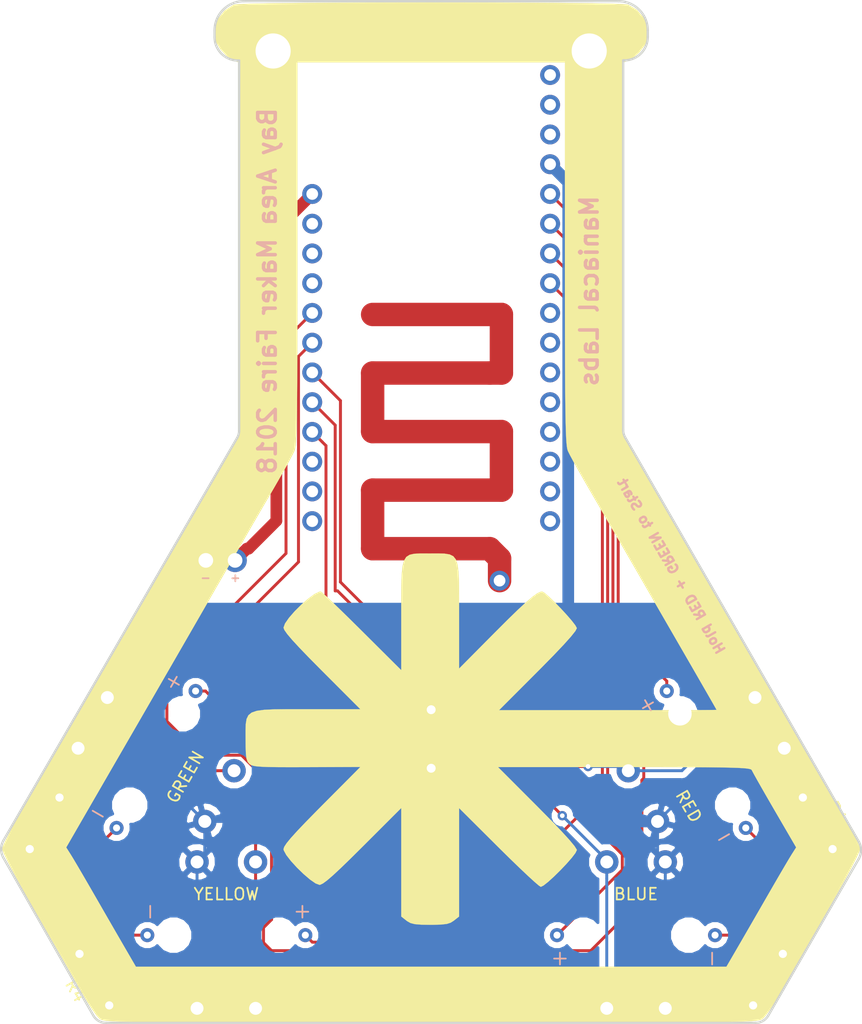
<source format=kicad_pcb>
(kicad_pcb (version 20171130) (host pcbnew "(5.0.0-rc2-dev-393-gbaef22df9)")

  (general
    (thickness 1.6)
    (drawings 25)
    (tracks 134)
    (zones 0)
    (modules 14)
    (nets 34)
  )

  (page A4)
  (layers
    (0 F.Cu signal hide)
    (31 B.Cu signal hide)
    (32 B.Adhes user)
    (33 F.Adhes user)
    (34 B.Paste user)
    (35 F.Paste user)
    (36 B.SilkS user)
    (37 F.SilkS user hide)
    (38 B.Mask user)
    (39 F.Mask user)
    (40 Dwgs.User user)
    (41 Cmts.User user)
    (42 Eco1.User user)
    (43 Eco2.User user)
    (44 Edge.Cuts user)
    (45 Margin user)
    (46 B.CrtYd user)
    (47 F.CrtYd user)
    (48 B.Fab user hide)
    (49 F.Fab user)
  )

  (setup
    (last_trace_width 0.25)
    (user_trace_width 0.5)
    (user_trace_width 1)
    (user_trace_width 1.5)
    (user_trace_width 2)
    (trace_clearance 0.2)
    (zone_clearance 0.508)
    (zone_45_only no)
    (trace_min 0.2)
    (segment_width 0.2)
    (edge_width 0.1)
    (via_size 0.8)
    (via_drill 0.4)
    (via_min_size 0.4)
    (via_min_drill 0.3)
    (uvia_size 0.3)
    (uvia_drill 0.1)
    (uvias_allowed no)
    (uvia_min_size 0.2)
    (uvia_min_drill 0.1)
    (pcb_text_width 0.3)
    (pcb_text_size 1.5 1.5)
    (mod_edge_width 0.15)
    (mod_text_size 1 1)
    (mod_text_width 0.15)
    (pad_size 1.5 1.5)
    (pad_drill 0.6)
    (pad_to_mask_clearance 0)
    (aux_axis_origin 0 0)
    (visible_elements 7FFFFFFF)
    (pcbplotparams
      (layerselection 0x010fc_ffffffff)
      (usegerberextensions false)
      (usegerberattributes false)
      (usegerberadvancedattributes false)
      (creategerberjobfile false)
      (excludeedgelayer true)
      (linewidth 0.100000)
      (plotframeref false)
      (viasonmask false)
      (mode 1)
      (useauxorigin false)
      (hpglpennumber 1)
      (hpglpenspeed 20)
      (hpglpendiameter 15)
      (psnegative false)
      (psa4output false)
      (plotreference true)
      (plotvalue true)
      (plotinvisibletext false)
      (padsonsilk false)
      (subtractmaskfromsilk false)
      (outputformat 1)
      (mirror false)
      (drillshape 1)
      (scaleselection 1)
      (outputdirectory ""))
  )

  (net 0 "")
  (net 1 +BATT)
  (net 2 GND)
  (net 3 "Net-(LS1-Pad1)")
  (net 4 "Net-(R1-Pad2)")
  (net 5 "Net-(R2-Pad2)")
  (net 6 "Net-(R3-Pad2)")
  (net 7 "Net-(R4-Pad2)")
  (net 8 BTN_R)
  (net 9 LED_R)
  (net 10 BTN_G)
  (net 11 LED_G)
  (net 12 LED_B)
  (net 13 BTN_B)
  (net 14 LED_Y)
  (net 15 BTN_Y)
  (net 16 "Net-(U1-Pad1)")
  (net 17 "Net-(U1-Pad2)")
  (net 18 "Net-(U1-Pad3)")
  (net 19 "Net-(U1-Pad9)")
  (net 20 "Net-(U1-Pad10)")
  (net 21 "Net-(U1-Pad11)")
  (net 22 "Net-(U1-Pad12)")
  (net 23 "Net-(U1-Pad13)")
  (net 24 "Net-(U1-Pad14)")
  (net 25 "Net-(U1-Pad15)")
  (net 26 "Net-(U1-Pad16)")
  (net 27 "Net-(U1-Pad17)")
  (net 28 "Net-(U1-Pad18)")
  (net 29 "Net-(U1-Pad19)")
  (net 30 "Net-(U1-Pad25)")
  (net 31 "Net-(U1-Pad26)")
  (net 32 "Net-(U1-Pad27)")
  (net 33 "Net-(U1-Pad29)")

  (net_class Default "This is the default net class."
    (clearance 0.2)
    (trace_width 0.25)
    (via_dia 0.8)
    (via_drill 0.4)
    (uvia_dia 0.3)
    (uvia_drill 0.1)
    (add_net +BATT)
    (add_net BTN_B)
    (add_net BTN_G)
    (add_net BTN_R)
    (add_net BTN_Y)
    (add_net GND)
    (add_net LED_B)
    (add_net LED_G)
    (add_net LED_R)
    (add_net LED_Y)
    (add_net "Net-(LS1-Pad1)")
    (add_net "Net-(R1-Pad2)")
    (add_net "Net-(R2-Pad2)")
    (add_net "Net-(R3-Pad2)")
    (add_net "Net-(R4-Pad2)")
    (add_net "Net-(U1-Pad1)")
    (add_net "Net-(U1-Pad10)")
    (add_net "Net-(U1-Pad11)")
    (add_net "Net-(U1-Pad12)")
    (add_net "Net-(U1-Pad13)")
    (add_net "Net-(U1-Pad14)")
    (add_net "Net-(U1-Pad15)")
    (add_net "Net-(U1-Pad16)")
    (add_net "Net-(U1-Pad17)")
    (add_net "Net-(U1-Pad18)")
    (add_net "Net-(U1-Pad19)")
    (add_net "Net-(U1-Pad2)")
    (add_net "Net-(U1-Pad25)")
    (add_net "Net-(U1-Pad26)")
    (add_net "Net-(U1-Pad27)")
    (add_net "Net-(U1-Pad29)")
    (add_net "Net-(U1-Pad3)")
    (add_net "Net-(U1-Pad9)")
  )

  (module Custom:SW_PUSH_LED (layer F.Cu) (tedit 5ACE70AC) (tstamp 5AC97180)
    (at 23.5 21 210)
    (tags "tact sw push w/ LED")
    (path /5ACAE2C6)
    (fp_text reference SW1 (at 0 -8.75 210) (layer F.SilkS) hide
      (effects (font (size 1 1) (thickness 0.15)))
    )
    (fp_text value RED (at 3.299038 -2.714102 300) (layer F.SilkS)
      (effects (font (size 1 1) (thickness 0.15)))
    )
    (fp_line (start 2 6) (end 2 7) (layer B.SilkS) (width 0.15))
    (fp_line (start 1.5 6.5) (end 2.5 6.5) (layer B.SilkS) (width 0.15))
    (fp_line (start 1.5 -6.5) (end 2.5 -6.5) (layer B.SilkS) (width 0.15))
    (fp_line (start 2.25 0) (end 2.25 -0.25) (layer F.Fab) (width 0.15))
    (fp_line (start 2 -0.25) (end 2.25 0) (layer F.Fab) (width 0.15))
    (fp_line (start 2.25 -0.25) (end 2 -0.25) (layer F.Fab) (width 0.15))
    (fp_line (start 1.749999 0.25) (end 2.25 -0.25) (layer F.Fab) (width 0.15))
    (fp_line (start 2 -0.75) (end 2 -1) (layer F.Fab) (width 0.15))
    (fp_line (start 1.75 -0.999999) (end 2 -0.75) (layer F.Fab) (width 0.15))
    (fp_line (start 2 -1) (end 1.75 -0.999999) (layer F.Fab) (width 0.15))
    (fp_line (start 1.5 -0.5) (end 2 -1) (layer F.Fab) (width 0.15))
    (fp_line (start 0 -1.5) (end 0 -2.5) (layer F.Fab) (width 0.15))
    (fp_line (start 0 1) (end 0 2) (layer F.Fab) (width 0.15))
    (fp_line (start -1.5 -1.5) (end 1.5 -1.5) (layer F.Fab) (width 0.15))
    (fp_poly (pts (xy 0 -1.5) (xy -1.5 1) (xy 1.5 1)) (layer F.Fab) (width 0.15))
    (fp_line (start 5 -5.5) (end -5 -5.5) (layer F.Fab) (width 0.15))
    (fp_line (start 5 5.5) (end 5 -5.5) (layer F.Fab) (width 0.15))
    (fp_line (start -5 5.5) (end 5 5.5) (layer F.Fab) (width 0.15))
    (fp_line (start -5 -5.5) (end -5 5.5) (layer F.Fab) (width 0.15))
    (pad 4 thru_hole circle (at 0 6.75 300) (size 1.2 1.2) (drill 0.6) (layers *.Cu *.Mask)
      (net 9 LED_R))
    (pad 3 thru_hole circle (at 0 -6.75 300) (size 1.2 1.2) (drill 0.6) (layers *.Cu *.Mask)
      (net 4 "Net-(R1-Pad2)"))
    (pad "" np_thru_hole circle (at 0 -4.5 210) (size 2 2) (drill 2) (layers *.Cu *.Mask))
    (pad "" np_thru_hole circle (at 0 4.5 210) (size 2 2) (drill 2) (layers *.Cu *.Mask))
    (pad 1 thru_hole circle (at 6.25 -2.500001 300) (size 2 2) (drill 1.1) (layers *.Cu *.Mask)
      (net 2 GND))
    (pad 2 thru_hole circle (at 6.25 2.500001 300) (size 2 2) (drill 1.1) (layers *.Cu *.Mask)
      (net 8 BTN_R))
    (pad 1 thru_hole circle (at -6.25 -2.500001 300) (size 2 2) (drill 1.1) (layers *.Cu *.Mask)
      (net 2 GND))
    (pad 2 thru_hole circle (at -6.25 2.500001 300) (size 2 2) (drill 1.1) (layers *.Cu *.Mask)
      (net 8 BTN_R))
    (model ${KISYS3DMOD}/Buttons_Switches_THT.3dshapes/SW_PUSH_6mm.wrl
      (offset (xyz 0.1269999980926514 0 0))
      (scale (xyz 0.3937 0.3937 0.3937))
      (rotate (xyz 0 0 0))
    )
  )

  (module Custom:SW_PUSH_LED (layer F.Cu) (tedit 5ACE70AC) (tstamp 5AC97285)
    (at 17.5 36 270)
    (tags "tact sw push w/ LED")
    (path /5ACAE6B9)
    (fp_text reference SW3 (at 0 -8.75 270) (layer F.SilkS) hide
      (effects (font (size 1 1) (thickness 0.15)))
    )
    (fp_text value BLUE (at -3.5 0) (layer F.SilkS)
      (effects (font (size 1 1) (thickness 0.15)))
    )
    (fp_line (start 2 6) (end 2 7) (layer B.SilkS) (width 0.15))
    (fp_line (start 1.5 6.5) (end 2.5 6.5) (layer B.SilkS) (width 0.15))
    (fp_line (start 1.5 -6.5) (end 2.5 -6.5) (layer B.SilkS) (width 0.15))
    (fp_line (start 2.25 0) (end 2.25 -0.25) (layer F.Fab) (width 0.15))
    (fp_line (start 2 -0.25) (end 2.25 0) (layer F.Fab) (width 0.15))
    (fp_line (start 2.25 -0.25) (end 2 -0.25) (layer F.Fab) (width 0.15))
    (fp_line (start 1.749999 0.25) (end 2.25 -0.25) (layer F.Fab) (width 0.15))
    (fp_line (start 2 -0.75) (end 2 -1) (layer F.Fab) (width 0.15))
    (fp_line (start 1.75 -0.999999) (end 2 -0.75) (layer F.Fab) (width 0.15))
    (fp_line (start 2 -1) (end 1.75 -0.999999) (layer F.Fab) (width 0.15))
    (fp_line (start 1.5 -0.5) (end 2 -1) (layer F.Fab) (width 0.15))
    (fp_line (start 0 -1.5) (end 0 -2.5) (layer F.Fab) (width 0.15))
    (fp_line (start 0 1) (end 0 2) (layer F.Fab) (width 0.15))
    (fp_line (start -1.5 -1.5) (end 1.5 -1.5) (layer F.Fab) (width 0.15))
    (fp_poly (pts (xy 0 -1.5) (xy -1.5 1) (xy 1.5 1)) (layer F.Fab) (width 0.15))
    (fp_line (start 5 -5.5) (end -5 -5.5) (layer F.Fab) (width 0.15))
    (fp_line (start 5 5.5) (end 5 -5.5) (layer F.Fab) (width 0.15))
    (fp_line (start -5 5.5) (end 5 5.5) (layer F.Fab) (width 0.15))
    (fp_line (start -5 -5.5) (end -5 5.5) (layer F.Fab) (width 0.15))
    (pad 4 thru_hole circle (at 0 6.75) (size 1.2 1.2) (drill 0.6) (layers *.Cu *.Mask)
      (net 12 LED_B))
    (pad 3 thru_hole circle (at 0 -6.75) (size 1.2 1.2) (drill 0.6) (layers *.Cu *.Mask)
      (net 6 "Net-(R3-Pad2)"))
    (pad "" np_thru_hole circle (at 0 -4.5 270) (size 2 2) (drill 2) (layers *.Cu *.Mask))
    (pad "" np_thru_hole circle (at 0 4.5 270) (size 2 2) (drill 2) (layers *.Cu *.Mask))
    (pad 1 thru_hole circle (at 6.25 -2.500001) (size 2 2) (drill 1.1) (layers *.Cu *.Mask)
      (net 2 GND))
    (pad 2 thru_hole circle (at 6.25 2.5) (size 2 2) (drill 1.1) (layers *.Cu *.Mask)
      (net 13 BTN_B))
    (pad 1 thru_hole circle (at -6.25 -2.5) (size 2 2) (drill 1.1) (layers *.Cu *.Mask)
      (net 2 GND))
    (pad 2 thru_hole circle (at -6.25 2.500001) (size 2 2) (drill 1.1) (layers *.Cu *.Mask)
      (net 13 BTN_B))
    (model ${KISYS3DMOD}/Buttons_Switches_THT.3dshapes/SW_PUSH_6mm.wrl
      (offset (xyz 0.1269999980926514 0 0))
      (scale (xyz 0.3937 0.3937 0.3937))
      (rotate (xyz 0 0 0))
    )
  )

  (module Custom:SW_PUSH_LED (layer F.Cu) (tedit 5ACE70AC) (tstamp 5AC9712F)
    (at -17.5 36 90)
    (tags "tact sw push w/ LED")
    (path /5ACAE82A)
    (fp_text reference SW4 (at 0 -8.75 90) (layer F.SilkS) hide
      (effects (font (size 1 1) (thickness 0.15)))
    )
    (fp_text value YELLOW (at 3.5 0 180) (layer F.SilkS)
      (effects (font (size 1 1) (thickness 0.15)))
    )
    (fp_line (start 2 6) (end 2 7) (layer B.SilkS) (width 0.15))
    (fp_line (start 1.5 6.5) (end 2.5 6.5) (layer B.SilkS) (width 0.15))
    (fp_line (start 1.5 -6.5) (end 2.5 -6.5) (layer B.SilkS) (width 0.15))
    (fp_line (start 2.25 0) (end 2.25 -0.25) (layer F.Fab) (width 0.15))
    (fp_line (start 2 -0.25) (end 2.25 0) (layer F.Fab) (width 0.15))
    (fp_line (start 2.25 -0.25) (end 2 -0.25) (layer F.Fab) (width 0.15))
    (fp_line (start 1.749999 0.25) (end 2.25 -0.25) (layer F.Fab) (width 0.15))
    (fp_line (start 2 -0.75) (end 2 -1) (layer F.Fab) (width 0.15))
    (fp_line (start 1.75 -0.999999) (end 2 -0.75) (layer F.Fab) (width 0.15))
    (fp_line (start 2 -1) (end 1.75 -0.999999) (layer F.Fab) (width 0.15))
    (fp_line (start 1.5 -0.5) (end 2 -1) (layer F.Fab) (width 0.15))
    (fp_line (start 0 -1.5) (end 0 -2.5) (layer F.Fab) (width 0.15))
    (fp_line (start 0 1) (end 0 2) (layer F.Fab) (width 0.15))
    (fp_line (start -1.5 -1.5) (end 1.5 -1.5) (layer F.Fab) (width 0.15))
    (fp_poly (pts (xy 0 -1.5) (xy -1.5 1) (xy 1.5 1)) (layer F.Fab) (width 0.15))
    (fp_line (start 5 -5.5) (end -5 -5.5) (layer F.Fab) (width 0.15))
    (fp_line (start 5 5.5) (end 5 -5.5) (layer F.Fab) (width 0.15))
    (fp_line (start -5 5.5) (end 5 5.5) (layer F.Fab) (width 0.15))
    (fp_line (start -5 -5.5) (end -5 5.5) (layer F.Fab) (width 0.15))
    (pad 4 thru_hole circle (at 0 6.75 180) (size 1.2 1.2) (drill 0.6) (layers *.Cu *.Mask)
      (net 14 LED_Y))
    (pad 3 thru_hole circle (at 0 -6.75 180) (size 1.2 1.2) (drill 0.6) (layers *.Cu *.Mask)
      (net 7 "Net-(R4-Pad2)"))
    (pad "" np_thru_hole circle (at 0 -4.5 90) (size 2 2) (drill 2) (layers *.Cu *.Mask))
    (pad "" np_thru_hole circle (at 0 4.5 90) (size 2 2) (drill 2) (layers *.Cu *.Mask))
    (pad 1 thru_hole circle (at 6.25 -2.500001 180) (size 2 2) (drill 1.1) (layers *.Cu *.Mask)
      (net 2 GND))
    (pad 2 thru_hole circle (at 6.25 2.5 180) (size 2 2) (drill 1.1) (layers *.Cu *.Mask)
      (net 15 BTN_Y))
    (pad 1 thru_hole circle (at -6.25 -2.5 180) (size 2 2) (drill 1.1) (layers *.Cu *.Mask)
      (net 2 GND))
    (pad 2 thru_hole circle (at -6.25 2.500001 180) (size 2 2) (drill 1.1) (layers *.Cu *.Mask)
      (net 15 BTN_Y))
    (model ${KISYS3DMOD}/Buttons_Switches_THT.3dshapes/SW_PUSH_6mm.wrl
      (offset (xyz 0.1269999980926514 0 0))
      (scale (xyz 0.3937 0.3937 0.3937))
      (rotate (xyz 0 0 0))
    )
  )

  (module Custom:SW_PUSH_LED (layer F.Cu) (tedit 5ACE70AC) (tstamp 5AC972E8)
    (at -23.5 21 150)
    (tags "tact sw push w/ LED")
    (path /5ACAE817)
    (fp_text reference SW2 (at 0 -8.75 150) (layer F.SilkS) hide
      (effects (font (size 1 1) (thickness 0.15)))
    )
    (fp_text value GREEN (at -2.915064 -0.049038 240) (layer F.SilkS)
      (effects (font (size 1 1) (thickness 0.15)))
    )
    (fp_line (start 2 6) (end 2 7) (layer B.SilkS) (width 0.15))
    (fp_line (start 1.5 6.5) (end 2.5 6.5) (layer B.SilkS) (width 0.15))
    (fp_line (start 1.5 -6.5) (end 2.5 -6.5) (layer B.SilkS) (width 0.15))
    (fp_line (start 2.25 0) (end 2.25 -0.25) (layer F.Fab) (width 0.15))
    (fp_line (start 2 -0.25) (end 2.25 0) (layer F.Fab) (width 0.15))
    (fp_line (start 2.25 -0.25) (end 2 -0.25) (layer F.Fab) (width 0.15))
    (fp_line (start 1.749999 0.25) (end 2.25 -0.25) (layer F.Fab) (width 0.15))
    (fp_line (start 2 -0.75) (end 2 -1) (layer F.Fab) (width 0.15))
    (fp_line (start 1.75 -0.999999) (end 2 -0.75) (layer F.Fab) (width 0.15))
    (fp_line (start 2 -1) (end 1.75 -0.999999) (layer F.Fab) (width 0.15))
    (fp_line (start 1.5 -0.5) (end 2 -1) (layer F.Fab) (width 0.15))
    (fp_line (start 0 -1.5) (end 0 -2.5) (layer F.Fab) (width 0.15))
    (fp_line (start 0 1) (end 0 2) (layer F.Fab) (width 0.15))
    (fp_line (start -1.5 -1.5) (end 1.5 -1.5) (layer F.Fab) (width 0.15))
    (fp_poly (pts (xy 0 -1.5) (xy -1.5 1) (xy 1.5 1)) (layer F.Fab) (width 0.15))
    (fp_line (start 5 -5.5) (end -5 -5.5) (layer F.Fab) (width 0.15))
    (fp_line (start 5 5.5) (end 5 -5.5) (layer F.Fab) (width 0.15))
    (fp_line (start -5 5.5) (end 5 5.5) (layer F.Fab) (width 0.15))
    (fp_line (start -5 -5.5) (end -5 5.5) (layer F.Fab) (width 0.15))
    (pad 4 thru_hole circle (at 0 6.75 240) (size 1.2 1.2) (drill 0.6) (layers *.Cu *.Mask)
      (net 11 LED_G))
    (pad 3 thru_hole circle (at 0 -6.75 240) (size 1.2 1.2) (drill 0.6) (layers *.Cu *.Mask)
      (net 5 "Net-(R2-Pad2)"))
    (pad "" np_thru_hole circle (at 0 -4.5 150) (size 2 2) (drill 2) (layers *.Cu *.Mask))
    (pad "" np_thru_hole circle (at 0 4.5 150) (size 2 2) (drill 2) (layers *.Cu *.Mask))
    (pad 1 thru_hole circle (at 6.25 -2.500001 240) (size 2 2) (drill 1.1) (layers *.Cu *.Mask)
      (net 2 GND))
    (pad 2 thru_hole circle (at 6.25 2.5 240) (size 2 2) (drill 1.1) (layers *.Cu *.Mask)
      (net 10 BTN_G))
    (pad 1 thru_hole circle (at -6.25 -2.5 240) (size 2 2) (drill 1.1) (layers *.Cu *.Mask)
      (net 2 GND))
    (pad 2 thru_hole circle (at -6.25 2.500001 240) (size 2 2) (drill 1.1) (layers *.Cu *.Mask)
      (net 10 BTN_G))
    (model ${KISYS3DMOD}/Buttons_Switches_THT.3dshapes/SW_PUSH_6mm.wrl
      (offset (xyz 0.1269999980926514 0 0))
      (scale (xyz 0.3937 0.3937 0.3937))
      (rotate (xyz 0 0 0))
    )
  )

  (module FeatherWing:FeatherWing_NoOutline_WithAnt (layer B.Cu) (tedit 5AC98499) (tstamp 5AC9788A)
    (at 0 -18.4 270)
    (path /5A8B7115)
    (fp_text reference U1 (at 0 0 270) (layer B.SilkS) hide
      (effects (font (size 1 1) (thickness 0.15)) (justify mirror))
    )
    (fp_text value BAMF_2018_Badge (at 0 12.7 270) (layer B.Fab)
      (effects (font (size 1 1) (thickness 0.15)) (justify mirror))
    )
    (fp_circle (center -22.86 -8.89) (end -21.59 -8.89) (layer Dwgs.User) (width 0.15))
    (fp_circle (center -22.86 8.89) (end -21.59 8.89) (layer Dwgs.User) (width 0.15))
    (fp_circle (center 22.86 8.89) (end 21.59 8.89) (layer Dwgs.User) (width 0.15))
    (fp_circle (center 22.86 -8.89) (end 21.59 -8.89) (layer Dwgs.User) (width 0.15))
    (fp_arc (start 24.13 10.16) (end 24.13 11.43) (angle -90) (layer Dwgs.User) (width 0.15))
    (fp_arc (start 24.13 -10.16) (end 25.4 -10.16) (angle -90) (layer Dwgs.User) (width 0.15))
    (fp_arc (start -24.13 -10.16) (end -24.13 -11.43) (angle -90) (layer Dwgs.User) (width 0.15))
    (fp_arc (start -24.13 10.16) (end -25.4 10.16) (angle -90) (layer Dwgs.User) (width 0.15))
    (fp_line (start 24.13 -11.43) (end -24.13 -11.43) (layer Dwgs.User) (width 0.15))
    (fp_line (start -25.4 -10.16) (end -25.4 10.16) (layer Dwgs.User) (width 0.15))
    (fp_line (start -24.13 11.43) (end 24.13 11.43) (layer Dwgs.User) (width 0.15))
    (fp_line (start 25.4 10.16) (end 25.4 -10.16) (layer Dwgs.User) (width 0.15))
    (pad 29 thru_hole circle (at 24.13 -5.842 270) (size 1.7 1.7) (drill 1) (layers *.Cu *.Mask)
      (net 33 "Net-(U1-Pad29)"))
    (pad 28 thru_hole circle (at -8.89 10.16 270) (size 1.7 1.7) (drill 1) (layers *.Cu *.Mask)
      (net 1 +BATT))
    (pad 27 thru_hole circle (at -6.35 10.16 270) (size 1.7 1.7) (drill 1) (layers *.Cu *.Mask)
      (net 32 "Net-(U1-Pad27)"))
    (pad 26 thru_hole circle (at -3.81 10.16 270) (size 1.7 1.7) (drill 1) (layers *.Cu *.Mask)
      (net 31 "Net-(U1-Pad26)"))
    (pad 25 thru_hole circle (at -1.27 10.16 270) (size 1.7 1.7) (drill 1) (layers *.Cu *.Mask)
      (net 30 "Net-(U1-Pad25)"))
    (pad 24 thru_hole circle (at 1.27 10.16 270) (size 1.7 1.7) (drill 1) (layers *.Cu *.Mask)
      (net 10 BTN_G))
    (pad 23 thru_hole circle (at 3.81 10.16 270) (size 1.7 1.7) (drill 1) (layers *.Cu *.Mask)
      (net 15 BTN_Y))
    (pad 22 thru_hole circle (at 6.35 10.16 270) (size 1.7 1.7) (drill 1) (layers *.Cu *.Mask)
      (net 8 BTN_R))
    (pad 21 thru_hole circle (at 8.89 10.16 270) (size 1.7 1.7) (drill 1) (layers *.Cu *.Mask)
      (net 13 BTN_B))
    (pad 20 thru_hole circle (at 11.43 10.16 270) (size 1.7 1.7) (drill 1) (layers *.Cu *.Mask)
      (net 3 "Net-(LS1-Pad1)"))
    (pad 19 thru_hole circle (at 13.97 10.16 270) (size 1.7 1.7) (drill 1) (layers *.Cu *.Mask)
      (net 29 "Net-(U1-Pad19)"))
    (pad 18 thru_hole circle (at 16.51 10.16 270) (size 1.7 1.7) (drill 1) (layers *.Cu *.Mask)
      (net 28 "Net-(U1-Pad18)"))
    (pad 17 thru_hole circle (at 19.05 10.16 270) (size 1.7 1.7) (drill 1) (layers *.Cu *.Mask)
      (net 27 "Net-(U1-Pad17)"))
    (pad 16 thru_hole circle (at 19.05 -10.16 270) (size 1.7 1.7) (drill 1) (layers *.Cu *.Mask)
      (net 26 "Net-(U1-Pad16)"))
    (pad 15 thru_hole circle (at 16.51 -10.16 270) (size 1.7 1.7) (drill 1) (layers *.Cu *.Mask)
      (net 25 "Net-(U1-Pad15)"))
    (pad 14 thru_hole circle (at 13.97 -10.16 270) (size 1.7 1.7) (drill 1) (layers *.Cu *.Mask)
      (net 24 "Net-(U1-Pad14)"))
    (pad 13 thru_hole circle (at 11.43 -10.16 270) (size 1.7 1.7) (drill 1) (layers *.Cu *.Mask)
      (net 23 "Net-(U1-Pad13)"))
    (pad 12 thru_hole circle (at 8.89 -10.16 270) (size 1.7 1.7) (drill 1) (layers *.Cu *.Mask)
      (net 22 "Net-(U1-Pad12)"))
    (pad 11 thru_hole circle (at 6.35 -10.16 270) (size 1.7 1.7) (drill 1) (layers *.Cu *.Mask)
      (net 21 "Net-(U1-Pad11)"))
    (pad 10 thru_hole circle (at 3.81 -10.16 270) (size 1.7 1.7) (drill 1) (layers *.Cu *.Mask)
      (net 20 "Net-(U1-Pad10)"))
    (pad 9 thru_hole circle (at 1.27 -10.16 270) (size 1.7 1.7) (drill 1) (layers *.Cu *.Mask)
      (net 19 "Net-(U1-Pad9)"))
    (pad 8 thru_hole circle (at -1.27 -10.16 270) (size 1.7 1.7) (drill 1) (layers *.Cu *.Mask)
      (net 14 LED_Y))
    (pad 7 thru_hole circle (at -3.81 -10.16 270) (size 1.7 1.7) (drill 1) (layers *.Cu *.Mask)
      (net 12 LED_B))
    (pad 6 thru_hole circle (at -6.35 -10.16 270) (size 1.7 1.7) (drill 1) (layers *.Cu *.Mask)
      (net 11 LED_G))
    (pad 5 thru_hole circle (at -8.89 -10.16 270) (size 1.7 1.7) (drill 1) (layers *.Cu *.Mask)
      (net 9 LED_R))
    (pad 4 thru_hole circle (at -11.43 -10.16 270) (size 1.7 1.7) (drill 1) (layers *.Cu *.Mask)
      (net 2 GND))
    (pad 3 thru_hole circle (at -13.97 -10.16 270) (size 1.7 1.7) (drill 1) (layers *.Cu *.Mask)
      (net 18 "Net-(U1-Pad3)"))
    (pad 2 thru_hole circle (at -16.51 -10.16 270) (size 1.7 1.7) (drill 1) (layers *.Cu *.Mask)
      (net 17 "Net-(U1-Pad2)"))
    (pad 1 thru_hole circle (at -19.05 -10.16 270) (size 1.7 1.7) (drill 1) (layers *.Cu *.Mask)
      (net 16 "Net-(U1-Pad1)"))
  )

  (module Custom:BATT_CONN (layer F.Cu) (tedit 5AC9654A) (tstamp 5AC9825F)
    (at -18 4 180)
    (path /5ACAF28A)
    (fp_text reference J1 (at 0 2.54 180) (layer F.SilkS)
      (effects (font (size 1 1) (thickness 0.15)))
    )
    (fp_text value Conn_01x02 (at 0 -2.794 180) (layer F.Fab)
      (effects (font (size 1 1) (thickness 0.15)))
    )
    (fp_line (start 1.016 -1.524) (end 1.524 -1.524) (layer B.SilkS) (width 0.15))
    (fp_line (start -1.27 -1.778) (end -1.27 -1.27) (layer B.SilkS) (width 0.15))
    (fp_line (start -1.524 -1.524) (end -1.016 -1.524) (layer B.SilkS) (width 0.15))
    (pad 2 thru_hole circle (at 1.25 0 180) (size 2 2) (drill 1.25) (layers *.Cu *.Mask)
      (net 2 GND))
    (pad 1 thru_hole circle (at -1.25 0 180) (size 2 2) (drill 1.25) (layers *.Cu *.Mask)
      (net 1 +BATT))
  )

  (module Custom:PS1240_Piezo (layer F.Cu) (tedit 5AC95256) (tstamp 5AC99A83)
    (at 0 19.25 270)
    (path /5ACAEF73)
    (fp_text reference LS1 (at 0 4.25 270) (layer F.SilkS)
      (effects (font (size 1 1) (thickness 0.15)))
    )
    (fp_text value Piezo (at 0 -1.75 90) (layer F.Fab)
      (effects (font (size 1 1) (thickness 0.15)))
    )
    (fp_circle (center 0 0) (end 6 0) (layer F.SilkS) (width 0.15))
    (pad 1 thru_hole circle (at -2.5 0 270) (size 1.524 1.524) (drill 0.762) (layers *.Cu *.Mask)
      (net 3 "Net-(LS1-Pad1)"))
    (pad 2 thru_hole circle (at 2.5 0 270) (size 1.524 1.524) (drill 0.762) (layers *.Cu *.Mask)
      (net 2 GND))
  )

  (module Resistors_THT:R_Axial_DIN0204_L3.6mm_D1.6mm_P5.08mm_Horizontal (layer F.Cu) (tedit 5874F706) (tstamp 5AC97407)
    (at 31.75 24.25 300)
    (descr "Resistor, Axial_DIN0204 series, Axial, Horizontal, pin pitch=5.08mm, 0.16666666666666666W = 1/6W, length*diameter=3.6*1.6mm^2, http://cdn-reichelt.de/documents/datenblatt/B400/1_4W%23YAG.pdf")
    (tags "Resistor Axial_DIN0204 series Axial Horizontal pin pitch 5.08mm 0.16666666666666666W = 1/6W length 3.6mm diameter 1.6mm")
    (path /5ACAE376)
    (fp_text reference R1 (at 2.54 -1.86 300) (layer F.SilkS)
      (effects (font (size 1 1) (thickness 0.15)))
    )
    (fp_text value 90 (at 2.54 1.86 300) (layer F.Fab)
      (effects (font (size 1 1) (thickness 0.15)))
    )
    (fp_line (start 6.05 -1.15) (end -0.95 -1.15) (layer F.CrtYd) (width 0.05))
    (fp_line (start 6.05 1.15) (end 6.05 -1.15) (layer F.CrtYd) (width 0.05))
    (fp_line (start -0.95 1.15) (end 6.05 1.15) (layer F.CrtYd) (width 0.05))
    (fp_line (start -0.95 -1.15) (end -0.95 1.15) (layer F.CrtYd) (width 0.05))
    (fp_line (start 0.68 0.86) (end 4.4 0.86) (layer F.SilkS) (width 0.12))
    (fp_line (start 0.68 -0.86) (end 4.4 -0.86) (layer F.SilkS) (width 0.12))
    (fp_line (start 5.08 0) (end 4.34 0) (layer F.Fab) (width 0.1))
    (fp_line (start 0 0) (end 0.74 0) (layer F.Fab) (width 0.1))
    (fp_line (start 4.34 -0.8) (end 0.74 -0.8) (layer F.Fab) (width 0.1))
    (fp_line (start 4.34 0.8) (end 4.34 -0.8) (layer F.Fab) (width 0.1))
    (fp_line (start 0.74 0.8) (end 4.34 0.8) (layer F.Fab) (width 0.1))
    (fp_line (start 0.74 -0.8) (end 0.74 0.8) (layer F.Fab) (width 0.1))
    (pad 2 thru_hole oval (at 5.08 0 300) (size 1.4 1.4) (drill 0.7) (layers *.Cu *.Mask)
      (net 4 "Net-(R1-Pad2)"))
    (pad 1 thru_hole circle (at 0 0 300) (size 1.4 1.4) (drill 0.7) (layers *.Cu *.Mask)
      (net 2 GND))
    (model ${KISYS3DMOD}/Resistors_THT.3dshapes/R_Axial_DIN0204_L3.6mm_D1.6mm_P5.08mm_Horizontal.wrl
      (at (xyz 0 0 0))
      (scale (xyz 0.393701 0.393701 0.393701))
      (rotate (xyz 0 0 0))
    )
  )

  (module Resistors_THT:R_Axial_DIN0204_L3.6mm_D1.6mm_P5.08mm_Horizontal (layer F.Cu) (tedit 5874F706) (tstamp 5AC99BA8)
    (at -31.75 24.25 240)
    (descr "Resistor, Axial_DIN0204 series, Axial, Horizontal, pin pitch=5.08mm, 0.16666666666666666W = 1/6W, length*diameter=3.6*1.6mm^2, http://cdn-reichelt.de/documents/datenblatt/B400/1_4W%23YAG.pdf")
    (tags "Resistor Axial_DIN0204 series Axial Horizontal pin pitch 5.08mm 0.16666666666666666W = 1/6W length 3.6mm diameter 1.6mm")
    (path /5ACAE81E)
    (fp_text reference R2 (at 2.54 -1.86 240) (layer F.SilkS)
      (effects (font (size 1 1) (thickness 0.15)))
    )
    (fp_text value 30 (at 2.54 1.86 240) (layer F.Fab)
      (effects (font (size 1 1) (thickness 0.15)))
    )
    (fp_line (start 0.74 -0.799998) (end 0.74 0.799999) (layer F.Fab) (width 0.1))
    (fp_line (start 0.74 0.799999) (end 4.34 0.8) (layer F.Fab) (width 0.1))
    (fp_line (start 4.34 0.8) (end 4.34 -0.8) (layer F.Fab) (width 0.1))
    (fp_line (start 4.34 -0.8) (end 0.74 -0.799998) (layer F.Fab) (width 0.1))
    (fp_line (start 0 0) (end 0.74 0) (layer F.Fab) (width 0.1))
    (fp_line (start 5.079999 0.000001) (end 4.339999 0.000001) (layer F.Fab) (width 0.1))
    (fp_line (start 0.68 -0.86) (end 4.4 -0.86) (layer F.SilkS) (width 0.12))
    (fp_line (start 0.68 0.86) (end 4.4 0.86) (layer F.SilkS) (width 0.12))
    (fp_line (start -0.95 -1.15) (end -0.95 1.15) (layer F.CrtYd) (width 0.05))
    (fp_line (start -0.95 1.15) (end 6.05 1.15) (layer F.CrtYd) (width 0.05))
    (fp_line (start 6.05 1.15) (end 6.05 -1.15) (layer F.CrtYd) (width 0.05))
    (fp_line (start 6.05 -1.15) (end -0.95 -1.15) (layer F.CrtYd) (width 0.05))
    (pad 1 thru_hole circle (at 0 0 240) (size 1.4 1.4) (drill 0.7) (layers *.Cu *.Mask)
      (net 2 GND))
    (pad 2 thru_hole oval (at 5.079999 0.000001 240) (size 1.4 1.4) (drill 0.7) (layers *.Cu *.Mask)
      (net 5 "Net-(R2-Pad2)"))
    (model ${KISYS3DMOD}/Resistors_THT.3dshapes/R_Axial_DIN0204_L3.6mm_D1.6mm_P5.08mm_Horizontal.wrl
      (at (xyz 0 0 0))
      (scale (xyz 0.393701 0.393701 0.393701))
      (rotate (xyz 0 0 0))
    )
  )

  (module Resistors_THT:R_Axial_DIN0204_L3.6mm_D1.6mm_P5.08mm_Horizontal (layer F.Cu) (tedit 5874F706) (tstamp 5AC98F80)
    (at 27.5 42 60)
    (descr "Resistor, Axial_DIN0204 series, Axial, Horizontal, pin pitch=5.08mm, 0.16666666666666666W = 1/6W, length*diameter=3.6*1.6mm^2, http://cdn-reichelt.de/documents/datenblatt/B400/1_4W%23YAG.pdf")
    (tags "Resistor Axial_DIN0204 series Axial Horizontal pin pitch 5.08mm 0.16666666666666666W = 1/6W length 3.6mm diameter 1.6mm")
    (path /5ACAE6C0)
    (fp_text reference R3 (at 2.54 -1.86 60) (layer F.SilkS)
      (effects (font (size 1 1) (thickness 0.15)))
    )
    (fp_text value 30 (at 2.54 1.86 60) (layer F.Fab)
      (effects (font (size 1 1) (thickness 0.15)))
    )
    (fp_line (start 6.05 -1.15) (end -0.95 -1.15) (layer F.CrtYd) (width 0.05))
    (fp_line (start 6.05 1.15) (end 6.05 -1.15) (layer F.CrtYd) (width 0.05))
    (fp_line (start -0.95 1.15) (end 6.05 1.15) (layer F.CrtYd) (width 0.05))
    (fp_line (start -0.95 -1.15) (end -0.95 1.15) (layer F.CrtYd) (width 0.05))
    (fp_line (start 0.68 0.86) (end 4.4 0.86) (layer F.SilkS) (width 0.12))
    (fp_line (start 0.68 -0.86) (end 4.4 -0.86) (layer F.SilkS) (width 0.12))
    (fp_line (start 5.079999 0) (end 4.339999 0) (layer F.Fab) (width 0.1))
    (fp_line (start 0 0) (end 0.74 0) (layer F.Fab) (width 0.1))
    (fp_line (start 4.34 -0.8) (end 0.74 -0.799999) (layer F.Fab) (width 0.1))
    (fp_line (start 4.34 0.8) (end 4.34 -0.8) (layer F.Fab) (width 0.1))
    (fp_line (start 0.74 0.799999) (end 4.34 0.8) (layer F.Fab) (width 0.1))
    (fp_line (start 0.74 -0.799999) (end 0.74 0.799999) (layer F.Fab) (width 0.1))
    (pad 2 thru_hole oval (at 5.079999 0.000001 60) (size 1.4 1.4) (drill 0.7) (layers *.Cu *.Mask)
      (net 6 "Net-(R3-Pad2)"))
    (pad 1 thru_hole circle (at 0 0 60) (size 1.4 1.4) (drill 0.7) (layers *.Cu *.Mask)
      (net 2 GND))
    (model ${KISYS3DMOD}/Resistors_THT.3dshapes/R_Axial_DIN0204_L3.6mm_D1.6mm_P5.08mm_Horizontal.wrl
      (at (xyz 0 0 0))
      (scale (xyz 0.393701 0.393701 0.393701))
      (rotate (xyz 0 0 0))
    )
  )

  (module Resistors_THT:R_Axial_DIN0204_L3.6mm_D1.6mm_P5.08mm_Horizontal (layer F.Cu) (tedit 5874F706) (tstamp 5AC971C7)
    (at -27.5 42 120)
    (descr "Resistor, Axial_DIN0204 series, Axial, Horizontal, pin pitch=5.08mm, 0.16666666666666666W = 1/6W, length*diameter=3.6*1.6mm^2, http://cdn-reichelt.de/documents/datenblatt/B400/1_4W%23YAG.pdf")
    (tags "Resistor Axial_DIN0204 series Axial Horizontal pin pitch 5.08mm 0.16666666666666666W = 1/6W length 3.6mm diameter 1.6mm")
    (path /5ACAE831)
    (fp_text reference R4 (at 2.54 -1.86 120) (layer F.SilkS)
      (effects (font (size 1 1) (thickness 0.15)))
    )
    (fp_text value 90 (at 2.54 1.86 120) (layer F.Fab)
      (effects (font (size 1 1) (thickness 0.15)))
    )
    (fp_line (start 0.74 -0.8) (end 0.74 0.8) (layer F.Fab) (width 0.1))
    (fp_line (start 0.74 0.8) (end 4.34 0.8) (layer F.Fab) (width 0.1))
    (fp_line (start 4.34 0.8) (end 4.34 -0.8) (layer F.Fab) (width 0.1))
    (fp_line (start 4.34 -0.8) (end 0.74 -0.8) (layer F.Fab) (width 0.1))
    (fp_line (start 0 0) (end 0.74 0) (layer F.Fab) (width 0.1))
    (fp_line (start 5.08 0) (end 4.34 0) (layer F.Fab) (width 0.1))
    (fp_line (start 0.68 -0.86) (end 4.4 -0.86) (layer F.SilkS) (width 0.12))
    (fp_line (start 0.68 0.86) (end 4.4 0.86) (layer F.SilkS) (width 0.12))
    (fp_line (start -0.95 -1.15) (end -0.95 1.15) (layer F.CrtYd) (width 0.05))
    (fp_line (start -0.95 1.15) (end 6.05 1.15) (layer F.CrtYd) (width 0.05))
    (fp_line (start 6.05 1.15) (end 6.05 -1.15) (layer F.CrtYd) (width 0.05))
    (fp_line (start 6.05 -1.15) (end -0.95 -1.15) (layer F.CrtYd) (width 0.05))
    (pad 1 thru_hole circle (at 0 0 120) (size 1.4 1.4) (drill 0.7) (layers *.Cu *.Mask)
      (net 2 GND))
    (pad 2 thru_hole oval (at 5.08 0 120) (size 1.4 1.4) (drill 0.7) (layers *.Cu *.Mask)
      (net 7 "Net-(R4-Pad2)"))
    (model ${KISYS3DMOD}/Resistors_THT.3dshapes/R_Axial_DIN0204_L3.6mm_D1.6mm_P5.08mm_Horizontal.wrl
      (at (xyz 0 0 0))
      (scale (xyz 0.393701 0.393701 0.393701))
      (rotate (xyz 0 0 0))
    )
  )

  (module LOGOS:LaserFlaskPCB (layer F.Cu) (tedit 0) (tstamp 5AC977B0)
    (at 0 0)
    (fp_text reference G*** (at 0 0) (layer F.SilkS) hide
      (effects (font (size 1.524 1.524) (thickness 0.3)))
    )
    (fp_text value LOGO (at 0.75 0) (layer F.SilkS) hide
      (effects (font (size 1.524 1.524) (thickness 0.3)))
    )
    (fp_poly (pts (xy 2.511831 -43.646858) (xy 4.565057 -43.642214) (xy 6.554643 -43.634842) (xy 8.451693 -43.624741)
      (xy 10.227308 -43.611912) (xy 11.852592 -43.596354) (xy 13.298645 -43.578068) (xy 14.536572 -43.557054)
      (xy 15.537473 -43.533311) (xy 16.272452 -43.50684) (xy 16.71261 -43.47764) (xy 16.822795 -43.458954)
      (xy 17.57384 -43.014722) (xy 18.139891 -42.361549) (xy 18.472267 -41.580974) (xy 18.522286 -40.754533)
      (xy 18.504452 -40.642291) (xy 18.246959 -39.997554) (xy 17.771624 -39.362125) (xy 17.181853 -38.859503)
      (xy 16.874724 -38.695904) (xy 16.359959 -38.482682) (xy 16.405147 -22.608119) (xy 16.450336 -6.733557)
      (xy 17.456266 -5.028859) (xy 17.890442 -4.289206) (xy 18.439781 -3.347558) (xy 19.049786 -2.297648)
      (xy 19.665958 -1.233209) (xy 20.033187 -0.596644) (xy 20.6285 0.436294) (xy 21.335408 1.66186)
      (xy 22.094767 2.977575) (xy 22.847433 4.280962) (xy 23.525872 5.455034) (xy 24.189616 6.603889)
      (xy 24.967362 7.951219) (xy 25.803121 9.399959) (xy 26.640906 10.853044) (xy 27.424727 12.213411)
      (xy 27.70493 12.7) (xy 28.339696 13.801623) (xy 29.106292 15.130565) (xy 29.965624 16.619146)
      (xy 30.878602 18.199683) (xy 31.806133 19.804494) (xy 32.709125 21.3659) (xy 33.306651 22.398481)
      (xy 34.179701 23.918427) (xy 34.939086 25.264342) (xy 35.573607 26.415367) (xy 36.072063 27.350646)
      (xy 36.423256 28.049318) (xy 36.615988 28.490526) (xy 36.651007 28.627371) (xy 36.564685 28.89932)
      (xy 36.314138 29.439004) (xy 35.911989 30.222673) (xy 35.370866 31.226577) (xy 34.703392 32.426966)
      (xy 33.922194 33.80009) (xy 33.650786 34.271171) (xy 32.901588 35.568762) (xy 32.163531 36.848776)
      (xy 31.464906 38.062023) (xy 30.834005 39.159312) (xy 30.299118 40.091452) (xy 29.888536 40.809253)
      (xy 29.703647 41.13418) (xy 29.279805 41.845605) (xy 28.868957 42.472253) (xy 28.524103 42.936619)
      (xy 28.333899 43.1372) (xy 28.273515 43.180233) (xy 28.196459 43.219386) (xy 28.087115 43.254841)
      (xy 27.929868 43.286782) (xy 27.709102 43.315393) (xy 27.409203 43.340856) (xy 27.014555 43.363356)
      (xy 26.509542 43.383074) (xy 25.878551 43.400195) (xy 25.105965 43.414902) (xy 24.17617 43.427378)
      (xy 23.07355 43.437806) (xy 21.78249 43.44637) (xy 20.287374 43.453253) (xy 18.572588 43.458638)
      (xy 16.622516 43.462709) (xy 14.421544 43.465649) (xy 11.954055 43.467641) (xy 9.204435 43.468868)
      (xy 6.157069 43.469515) (xy 2.79634 43.469763) (xy 0 43.469799) (xy -3.611355 43.469731)
      (xy -6.897385 43.469406) (xy -9.873706 43.46864) (xy -12.555933 43.46725) (xy -14.959681 43.465053)
      (xy -17.100566 43.461865) (xy -18.994203 43.457503) (xy -20.656206 43.451784) (xy -22.102192 43.444524)
      (xy -23.347774 43.43554) (xy -24.40857 43.42465) (xy -25.300193 43.411668) (xy -26.038259 43.396413)
      (xy -26.638383 43.378701) (xy -27.11618 43.358349) (xy -27.487267 43.335173) (xy -27.767256 43.30899)
      (xy -27.971765 43.279616) (xy -28.116409 43.246869) (xy -28.216801 43.210566) (xy -28.288558 43.170522)
      (xy -28.333899 43.1372) (xy -28.589667 42.854813) (xy -28.953094 42.349218) (xy -29.371177 41.697919)
      (xy -29.703647 41.13418) (xy -30.019549 40.57985) (xy -30.477912 39.779612) (xy -31.050447 38.782656)
      (xy -31.708861 37.638174) (xy -32.424863 36.395355) (xy -33.170163 35.10339) (xy -33.650786 34.271171)
      (xy -34.465646 32.847882) (xy -35.170814 31.589743) (xy -35.753664 30.520503) (xy -36.201571 29.663913)
      (xy -36.50191 29.043722) (xy -36.642055 28.683681) (xy -36.651007 28.627371) (xy -36.613306 28.510908)
      (xy -31.172717 28.510908) (xy -30.77898 29.128944) (xy -30.570591 29.470375) (xy -30.227146 30.049334)
      (xy -29.782876 30.807406) (xy -29.272012 31.686177) (xy -28.728785 32.627233) (xy -28.718586 32.644966)
      (xy -28.124798 33.676498) (xy -27.515944 34.732549) (xy -26.94037 35.729377) (xy -26.446422 36.583238)
      (xy -26.135152 37.119799) (xy -25.218377 38.696644) (xy 25.218377 38.696644) (xy 26.135152 37.119799)
      (xy 26.5256 36.446511) (xy 27.037481 35.561306) (xy 27.62245 34.547928) (xy 28.232159 33.490118)
      (xy 28.718586 32.644966) (xy 29.262183 31.703157) (xy 29.774148 30.822407) (xy 30.220223 30.06117)
      (xy 30.566152 29.477902) (xy 30.777679 29.131056) (xy 30.780078 29.127285) (xy 31.174913 28.50759)
      (xy 29.330086 25.33843) (xy 28.779594 24.388778) (xy 28.285197 23.528335) (xy 27.873652 22.804287)
      (xy 27.571718 22.263821) (xy 27.406155 21.954123) (xy 27.385564 21.909467) (xy 27.334618 21.85635)
      (xy 27.209497 21.81088) (xy 26.985998 21.772479) (xy 26.639922 21.740568) (xy 26.147069 21.714572)
      (xy 25.483239 21.693912) (xy 24.62423 21.67801) (xy 23.545844 21.666289) (xy 22.22388 21.658172)
      (xy 20.634138 21.65308) (xy 18.752417 21.650437) (xy 16.554517 21.649665) (xy 16.499902 21.649664)
      (xy 5.713935 21.649664) (xy 9.079115 25.018003) (xy 10.218247 26.171294) (xy 11.129042 27.121822)
      (xy 11.80588 27.863373) (xy 12.243142 28.389736) (xy 12.435206 28.694698) (xy 12.444295 28.7381)
      (xy 12.326392 28.985697) (xy 12.012502 29.396437) (xy 11.562356 29.90944) (xy 11.035684 30.463828)
      (xy 10.492218 30.998723) (xy 9.991687 31.453244) (xy 9.593822 31.766514) (xy 9.363766 31.877852)
      (xy 9.188898 31.761825) (xy 8.807189 31.434274) (xy 8.25163 30.925997) (xy 7.555214 30.267791)
      (xy 6.750932 29.490455) (xy 5.871777 28.624785) (xy 5.763071 28.516686) (xy 2.386577 25.15552)
      (xy 2.386577 34.410154) (xy 1.937413 34.763466) (xy 1.666489 34.936523) (xy 1.333891 35.043008)
      (xy 0.853866 35.097899) (xy 0.140662 35.116175) (xy -0.085235 35.116778) (xy -0.870484 35.105345)
      (xy -1.401015 35.06106) (xy -1.76258 34.968944) (xy -2.040931 34.814017) (xy -2.107883 34.763466)
      (xy -2.557047 34.410154) (xy -2.557047 25.147574) (xy -5.84019 28.427478) (xy -6.894505 29.472866)
      (xy -7.738498 30.290601) (xy -8.395485 30.901329) (xy -8.888783 31.325697) (xy -9.241706 31.584352)
      (xy -9.477572 31.697941) (xy -9.544136 31.707383) (xy -9.876677 31.582934) (xy -10.351447 31.2525)
      (xy -10.903737 30.780451) (xy -11.468838 30.231155) (xy -11.98204 29.668982) (xy -12.378636 29.1583)
      (xy -12.593916 28.76348) (xy -12.614765 28.65288) (xy -12.552527 28.456353) (xy -12.352205 28.150223)
      (xy -11.993392 27.71137) (xy -11.45568 27.116673) (xy -10.718661 26.343013) (xy -9.761925 25.367269)
      (xy -9.334038 24.936206) (xy -6.053311 21.639751) (xy -10.630207 21.655159) (xy -12.014068 21.657958)
      (xy -13.097262 21.654419) (xy -13.920036 21.642264) (xy -14.52264 21.619218) (xy -14.945321 21.583003)
      (xy -15.228327 21.531342) (xy -15.411907 21.461961) (xy -15.530398 21.37799) (xy -15.676583 21.202901)
      (xy -15.771459 20.948824) (xy -15.825545 20.546484) (xy -15.849361 19.926606) (xy -15.853691 19.249039)
      (xy -15.856109 18.540035) (xy -15.840028 17.976449) (xy -15.770448 17.54164) (xy -15.612369 17.218967)
      (xy -15.330792 16.991789) (xy -14.890716 16.843466) (xy -14.257141 16.757356) (xy -13.395067 16.716817)
      (xy -12.269494 16.70521) (xy -10.845422 16.705893) (xy -10.50516 16.70604) (xy -6.054957 16.70604)
      (xy -9.334861 13.422898) (xy -10.410726 12.336435) (xy -11.253012 11.463387) (xy -11.878133 10.785338)
      (xy -12.302501 10.283875) (xy -12.54253 9.940584) (xy -12.614765 9.743042) (xy -12.486889 9.388814)
      (xy -12.146799 8.900133) (xy -11.659801 8.340593) (xy -11.091202 7.773786) (xy -10.506309 7.263305)
      (xy -9.970429 6.872743) (xy -9.548868 6.665692) (xy -9.436637 6.648322) (xy -9.287571 6.763984)
      (xy -8.929828 7.090538) (xy -8.395351 7.597334) (xy -7.716083 8.253725) (xy -6.923966 9.029061)
      (xy -6.050945 9.892693) (xy -5.933541 10.009488) (xy -2.557047 13.370654) (xy -2.557047 8.784569)
      (xy -2.558334 7.289042) (xy -2.551599 6.099463) (xy -2.520948 5.180932) (xy -2.450487 4.498548)
      (xy -2.324321 4.017411) (xy -2.126557 3.70262) (xy -1.8413 3.519275) (xy -1.452656 3.432475)
      (xy -0.944732 3.40732) (xy -0.301632 3.408909) (xy -0.109124 3.409396) (xy 0.590708 3.406449)
      (xy 1.146139 3.421075) (xy 1.573799 3.48847) (xy 1.890317 3.643834) (xy 2.112323 3.922365)
      (xy 2.256446 4.35926) (xy 2.339316 4.989718) (xy 2.377562 5.848938) (xy 2.387814 6.972117)
      (xy 2.386701 8.394453) (xy 2.386577 8.691806) (xy 2.386577 13.232907) (xy 5.412416 10.183074)
      (xy 6.508375 9.088216) (xy 7.396904 8.224152) (xy 8.101266 7.570632) (xy 8.644722 7.107409)
      (xy 9.050534 6.814237) (xy 9.341965 6.670867) (xy 9.473437 6.648322) (xy 9.685719 6.768692)
      (xy 10.059273 7.088997) (xy 10.536182 7.548027) (xy 11.05853 8.084572) (xy 11.5684 8.637424)
      (xy 12.007876 9.145373) (xy 12.31904 9.54721) (xy 12.443976 9.781725) (xy 12.444295 9.788074)
      (xy 12.319053 10.033088) (xy 11.947212 10.500823) (xy 11.3346 11.184828) (xy 10.487048 12.078651)
      (xy 9.410384 13.17584) (xy 9.121693 13.465554) (xy 5.79909 16.791275) (xy 15.088136 16.791275)
      (xy 16.832108 16.790764) (xy 18.469398 16.789295) (xy 19.969089 16.786962) (xy 21.300263 16.783862)
      (xy 22.432003 16.780091) (xy 23.333391 16.775744) (xy 23.97351 16.770916) (xy 24.321442 16.765703)
      (xy 24.377181 16.762558) (xy 24.294958 16.613746) (xy 24.060963 16.20292) (xy 23.694209 15.563144)
      (xy 23.213708 14.727485) (xy 22.638473 13.729007) (xy 21.987516 12.600778) (xy 21.289617 11.392759)
      (xy 20.505812 10.036755) (xy 19.711724 8.662735) (xy 18.939469 7.326287) (xy 18.221165 6.082998)
      (xy 17.588928 4.988457) (xy 17.074874 4.098251) (xy 16.824855 3.665101) (xy 16.273229 2.711229)
      (xy 15.609763 1.567183) (xy 14.894899 0.336998) (xy 14.18908 -0.875292) (xy 13.684718 -1.73979)
      (xy 13.132537 -2.693403) (xy 12.625659 -3.584166) (xy 12.194986 -4.356559) (xy 11.87142 -4.955058)
      (xy 11.685863 -5.32414) (xy 11.671627 -5.356798) (xy 11.62907 -5.496819) (xy 11.591494 -5.714082)
      (xy 11.558603 -6.028537) (xy 11.530102 -6.460134) (xy 11.505695 -7.028821) (xy 11.485087 -7.754549)
      (xy 11.467982 -8.657267) (xy 11.454084 -9.756925) (xy 11.443098 -11.073471) (xy 11.434729 -12.626856)
      (xy 11.42868 -14.43703) (xy 11.424656 -16.52394) (xy 11.422362 -18.907538) (xy 11.421503 -21.607772)
      (xy 11.421476 -22.240834) (xy 11.421476 -38.526175) (xy -11.421477 -38.526175) (xy -11.421477 -22.240834)
      (xy -11.422063 -19.468877) (xy -11.424019 -17.017909) (xy -11.42764 -14.86798) (xy -11.433221 -12.999141)
      (xy -11.44106 -11.391441) (xy -11.451449 -10.024931) (xy -11.464687 -8.879663) (xy -11.481067 -7.935685)
      (xy -11.500886 -7.17305) (xy -11.524439 -6.571806) (xy -11.552022 -6.112006) (xy -11.58393 -5.773699)
      (xy -11.620459 -5.536935) (xy -11.661904 -5.381766) (xy -11.671627 -5.356798) (xy -11.833395 -5.027628)
      (xy -12.137889 -4.460565) (xy -12.554207 -3.711131) (xy -13.051449 -2.834849) (xy -13.598712 -1.88724)
      (xy -13.684718 -1.73979) (xy -14.078911 -1.064714) (xy -14.441683 -0.442882) (xy -14.790042 0.155104)
      (xy -15.140991 0.758641) (xy -15.511537 1.397126) (xy -15.918686 2.099956) (xy -16.379442 2.896529)
      (xy -16.910812 3.816241) (xy -17.529801 4.88849) (xy -18.253415 6.142674) (xy -19.09866 7.608188)
      (xy -20.08254 9.31443) (xy -21.051692 10.995302) (xy -21.84868 12.37713) (xy -22.694313 13.842442)
      (xy -23.5465 15.318361) (xy -24.363149 16.732011) (xy -25.102171 18.010517) (xy -25.721474 19.081002)
      (xy -25.826896 19.263087) (xy -26.530274 20.478187) (xy -27.312248 21.829761) (xy -28.109481 23.208293)
      (xy -28.858636 24.504265) (xy -29.462258 25.549078) (xy -31.172717 28.510908) (xy -36.613306 28.510908)
      (xy -36.564494 28.360122) (xy -36.312422 27.82219) (xy -35.90599 27.034435) (xy -35.356397 26.017713)
      (xy -34.674843 24.792883) (xy -33.872525 23.380805) (xy -33.306651 22.398481) (xy -32.444179 20.907877)
      (xy -31.529759 19.326411) (xy -30.602482 17.721762) (xy -29.701439 16.161614) (xy -28.865723 14.713647)
      (xy -28.134427 13.445543) (xy -27.70493 12.7) (xy -26.957516 11.402422) (xy -26.134203 9.974097)
      (xy -25.290979 8.512091) (xy -24.483834 7.113466) (xy -23.768755 5.875287) (xy -23.525872 5.455034)
      (xy -22.83779 4.264269) (xy -22.084651 2.960051) (xy -21.325599 1.644858) (xy -20.619779 0.421169)
      (xy -20.033187 -0.596644) (xy -19.44115 -1.622042) (xy -18.820909 -2.692031) (xy -18.226961 -3.712878)
      (xy -17.713802 -4.59085) (xy -17.456266 -5.028859) (xy -16.450336 -6.733557) (xy -16.404317 -22.607776)
      (xy -16.358299 -38.481994) (xy -16.873894 -38.695561) (xy -17.48271 -39.085001) (xy -18.028793 -39.669255)
      (xy -18.408789 -40.324928) (xy -18.504452 -40.642291) (xy -18.496897 -41.468664) (xy -18.200317 -42.260341)
      (xy -17.663394 -42.935783) (xy -16.934809 -43.413451) (xy -16.822795 -43.458954) (xy -16.571953 -43.489778)
      (xy -16.00908 -43.517874) (xy -15.163073 -43.543242) (xy -14.062831 -43.565881) (xy -12.737251 -43.585792)
      (xy -11.215231 -43.602975) (xy -9.525668 -43.617429) (xy -7.697461 -43.629155) (xy -5.759506 -43.638152)
      (xy -3.740702 -43.64442) (xy -1.669946 -43.647961) (xy 0.423865 -43.648774) (xy 2.511831 -43.646858)) (layer F.SilkS) (width 0.01))
  )

  (module Custom:XL_PTH (layer F.Cu) (tedit 5AC98945) (tstamp 5AC9A688)
    (at -13.5 -39.5)
    (fp_text reference REF** (at 3 3) (layer F.SilkS) hide
      (effects (font (size 1 1) (thickness 0.15)))
    )
    (fp_text value XL_PTH (at 0 -4) (layer F.Fab) hide
      (effects (font (size 1 1) (thickness 0.15)))
    )
    (pad 1 thru_hole circle (at 0 0) (size 3.5 3.5) (drill 3) (layers *.Cu *.Mask))
  )

  (module Custom:XL_PTH (layer F.Cu) (tedit 5AC98945) (tstamp 5AC9A699)
    (at 13.5 -39.5)
    (fp_text reference REF** (at 3 3) (layer F.SilkS) hide
      (effects (font (size 1 1) (thickness 0.15)))
    )
    (fp_text value XL_PTH (at 0 -4) (layer F.Fab) hide
      (effects (font (size 1 1) (thickness 0.15)))
    )
    (pad 1 thru_hole circle (at 0 0) (size 3.5 3.5) (drill 3) (layers *.Cu *.Mask))
  )

  (gr_text "Hold RED + GREEN to Start" (at 20.5 4.5 300) (layer B.SilkS)
    (effects (font (size 0.8 0.8) (thickness 0.2)) (justify mirror))
  )
  (gr_text "Maniacal Labs" (at 13.5 -19 90) (layer B.SilkS)
    (effects (font (size 1.5 1.5) (thickness 0.3)) (justify mirror))
  )
  (gr_text "Bay Area Maker Faire 2018" (at -14 -19 90) (layer B.SilkS)
    (effects (font (size 1.5 1.5) (thickness 0.3)) (justify mirror))
  )
  (gr_line (start -16.405092 -38.684995) (end -16.5 -38.684995) (layer Edge.Cuts) (width 0.2))
  (gr_line (start 27.707276 43.495132) (end -27.773796 43.495132) (layer Edge.Cuts) (width 0.2))
  (gr_line (start -18.5 -40.684995) (end -18.5 -41.253337) (layer Edge.Cuts) (width 0.2))
  (gr_line (start -16.405092 -7.086614) (end -16.405092 -38.684995) (layer Edge.Cuts) (width 0.2))
  (gr_arc (start 27.707276 42.245132) (end 27.707276 43.495132) (angle -59.97586433) (layer Edge.Cuts) (width 0.2))
  (gr_arc (start -16.5 -40.684995) (end -18.5 -40.684995) (angle -90) (layer Edge.Cuts) (width 0.2))
  (gr_line (start 36.516164 29.5007) (end 28.789544 42.870588) (layer Edge.Cuts) (width 0.2))
  (gr_arc (start 35.217442 28.750153) (end 36.516164 29.5007) (angle -60.0583106) (layer Edge.Cuts) (width 0.2))
  (gr_arc (start 17.650371 -7.129362) (end 16.400371 -7.129362) (angle -30.03417493) (layer Edge.Cuts) (width 0.2))
  (gr_line (start 16.568212 -6.503716) (end 36.516032 27.999378) (layer Edge.Cuts) (width 0.2))
  (gr_arc (start 16 -41.253337) (end 18.5 -41.253337) (angle -90) (layer Edge.Cuts) (width 0.2))
  (gr_line (start 16.400371 -38.699681) (end 16.400371 -7.129362) (layer Edge.Cuts) (width 0.2))
  (gr_line (start 16.486011 -38.699082) (end 16.400371 -38.699681) (layer Edge.Cuts) (width 0.2))
  (gr_arc (start 16.5 -40.699033) (end 16.486011 -38.699082) (angle -90.40074436) (layer Edge.Cuts) (width 0.2))
  (gr_line (start 18.5 -41.253337) (end 18.5 -40.699033) (layer Edge.Cuts) (width 0.2))
  (gr_line (start -16 -43.753337) (end 16 -43.753337) (layer Edge.Cuts) (width 0.2))
  (gr_arc (start -16 -41.253337) (end -16 -43.753337) (angle -90) (layer Edge.Cuts) (width 0.2))
  (gr_line (start -28.859693 42.864266) (end -36.535357 29.401943) (layer Edge.Cuts) (width 0.2))
  (gr_arc (start -27.773796 42.245132) (end -28.859693 42.864266) (angle -60.30998709) (layer Edge.Cuts) (width 0.2))
  (gr_arc (start -35.23228 28.658983) (end -36.529436 27.905733) (angle -59.83345219) (layer Edge.Cuts) (width 0.2))
  (gr_arc (start -17.655092 -7.086614) (end -16.574128 -6.458906) (angle -30.14343929) (layer Edge.Cuts) (width 0.2))
  (gr_line (start -36.529436 27.905733) (end -16.574128 -6.458906) (layer Edge.Cuts) (width 0.2))

  (segment (start 27.25 42.25) (end 27.5 42) (width 0.25) (layer B.Cu) (net 2))
  (segment (start 20 42.25) (end 27.25 42.25) (width 0.25) (layer B.Cu) (net 2))
  (segment (start -27.25 42.25) (end -27.5 42) (width 0.25) (layer B.Cu) (net 2))
  (segment (start -20 42.25) (end -27.25 42.25) (width 0.25) (layer B.Cu) (net 2))
  (segment (start 31.75 23.260051) (end 31.75 24.25) (width 0.25) (layer B.Cu) (net 2))
  (segment (start 31.75 21.080128) (end 31.75 23.260051) (width 0.25) (layer B.Cu) (net 2))
  (segment (start 30.709936 20.040064) (end 31.75 21.080128) (width 0.25) (layer B.Cu) (net 2))
  (segment (start 30.162659 20.040064) (end 30.709936 20.040064) (width 0.25) (layer B.Cu) (net 2))
  (segment (start -31.75 21.627405) (end -31.75 24.25) (width 0.25) (layer B.Cu) (net 2))
  (segment (start -30.162659 20.040064) (end -31.75 21.627405) (width 0.25) (layer B.Cu) (net 2))
  (segment (start -19.337341 29.087341) (end -20 29.75) (width 0.25) (layer B.Cu) (net 2))
  (segment (start -19.337341 26.290064) (end -19.337341 29.087341) (width 0.25) (layer B.Cu) (net 2))
  (segment (start 19.337341 29.087341) (end 20 29.75) (width 0.25) (layer B.Cu) (net 2))
  (segment (start 19.337341 26.290064) (end 19.337341 29.087341) (width 0.25) (layer B.Cu) (net 2))
  (segment (start -20 42.25) (end -20 29.75) (width 0.25) (layer B.Cu) (net 2))
  (segment (start 20 42.25) (end 20 29.75) (width 0.25) (layer B.Cu) (net 2))
  (segment (start -4.540064 26.290064) (end 0 21.75) (width 0.25) (layer B.Cu) (net 2))
  (segment (start -19.337341 26.290064) (end -4.540064 26.290064) (width 0.25) (layer B.Cu) (net 2))
  (segment (start 1.07763 21.75) (end 0 21.75) (width 0.25) (layer B.Cu) (net 2))
  (segment (start 12.476998 21.75) (end 1.07763 21.75) (width 0.25) (layer B.Cu) (net 2))
  (segment (start 17.017062 26.290064) (end 12.476998 21.75) (width 0.25) (layer B.Cu) (net 2))
  (segment (start 19.337341 26.290064) (end 17.017062 26.290064) (width 0.25) (layer B.Cu) (net 2))
  (segment (start -20.33734 25.290065) (end -19.337341 26.290064) (width 0.25) (layer B.Cu) (net 2))
  (segment (start -24.587342 21.040063) (end -20.33734 25.290065) (width 0.25) (layer B.Cu) (net 2))
  (segment (start -29.16266 21.040063) (end -24.587342 21.040063) (width 0.25) (layer B.Cu) (net 2))
  (segment (start -30.162659 20.040064) (end -29.16266 21.040063) (width 0.25) (layer B.Cu) (net 2))
  (segment (start 20.33734 25.290065) (end 19.337341 26.290064) (width 0.25) (layer B.Cu) (net 2))
  (segment (start 23.21746 22.409945) (end 20.33734 25.290065) (width 0.25) (layer B.Cu) (net 2))
  (segment (start 27.792778 22.409945) (end 23.21746 22.409945) (width 0.25) (layer B.Cu) (net 2))
  (segment (start 30.162659 20.040064) (end 27.792778 22.409945) (width 0.25) (layer B.Cu) (net 2))
  (segment (start -9.310001 -6.120001) (end -10.16 -6.97) (width 0.25) (layer F.Cu) (net 3))
  (segment (start -8.984999 -5.794999) (end -9.310001 -6.120001) (width 0.25) (layer F.Cu) (net 3))
  (segment (start -8.984999 7.765001) (end -8.984999 -5.794999) (width 0.25) (layer F.Cu) (net 3))
  (segment (start 0 16.75) (end -8.984999 7.765001) (width 0.25) (layer F.Cu) (net 3))
  (segment (start 28.678738 28.649409) (end 26.875 26.845671) (width 0.25) (layer F.Cu) (net 4))
  (segment (start 34.29 28.649409) (end 28.678738 28.649409) (width 0.25) (layer F.Cu) (net 4))
  (segment (start -28.678737 28.649408) (end -26.875 26.845671) (width 0.25) (layer F.Cu) (net 5))
  (segment (start -34.29 28.649408) (end -28.678737 28.649408) (width 0.25) (layer F.Cu) (net 5))
  (segment (start 28.439408 36) (end 24.25 36) (width 0.25) (layer F.Cu) (net 6))
  (segment (start 30.04 37.600592) (end 28.439408 36) (width 0.25) (layer F.Cu) (net 6))
  (segment (start -28.439409 36) (end -24.25 36) (width 0.25) (layer F.Cu) (net 7))
  (segment (start -30.04 37.600591) (end -28.439409 36) (width 0.25) (layer F.Cu) (net 7))
  (segment (start -7.74999 -9.63999) (end -7.74999 5.85001) (width 0.25) (layer F.Cu) (net 8))
  (segment (start -10.16 -12.05) (end -7.74999 -9.63999) (width 0.25) (layer F.Cu) (net 8))
  (via (at 13.4 21.6) (size 0.8) (drill 0.4) (layers F.Cu B.Cu) (net 8))
  (segment (start -7.74999 5.85001) (end 8 21.6) (width 0.25) (layer F.Cu) (net 8))
  (segment (start 8 21.6) (end 13.4 21.6) (width 0.25) (layer F.Cu) (net 8))
  (segment (start 16.477405 21.6) (end 16.837341 21.959936) (width 0.25) (layer B.Cu) (net 8))
  (segment (start 13.4 21.6) (end 16.477405 21.6) (width 0.25) (layer B.Cu) (net 8))
  (segment (start 21.412659 21.959936) (end 16.837341 21.959936) (width 0.25) (layer B.Cu) (net 8))
  (segment (start 27.662659 15.709936) (end 21.412659 21.959936) (width 0.25) (layer B.Cu) (net 8))
  (segment (start 15.975361 -21.474639) (end 10.16 -27.29) (width 0.25) (layer F.Cu) (net 9))
  (segment (start 15.975361 10.156162) (end 15.975361 -21.474639) (width 0.25) (layer F.Cu) (net 9))
  (segment (start 20.125 15.154329) (end 20.125 14.305801) (width 0.25) (layer F.Cu) (net 9))
  (segment (start 20.125 14.305801) (end 15.975361 10.156162) (width 0.25) (layer F.Cu) (net 9))
  (segment (start -27.662659 15.709936) (end -24.709936 15.709936) (width 0.25) (layer F.Cu) (net 10))
  (segment (start -24.709936 15.709936) (end -12.4 3.4) (width 0.25) (layer F.Cu) (net 10))
  (segment (start -12.4 -14.89) (end -10.16 -17.13) (width 0.25) (layer F.Cu) (net 10))
  (segment (start -12.4 3.4) (end -12.4 -14.89) (width 0.25) (layer F.Cu) (net 10))
  (segment (start -21.412659 21.959936) (end -16.837341 21.959936) (width 0.25) (layer F.Cu) (net 10))
  (segment (start -27.662659 15.709936) (end -21.412659 21.959936) (width 0.25) (layer F.Cu) (net 10))
  (segment (start -19.276472 15.154329) (end -13.636001 20.7948) (width 0.25) (layer F.Cu) (net 11))
  (segment (start 13.636001 37.325001) (end 18 32.961002) (width 0.25) (layer F.Cu) (net 11))
  (segment (start -20.125 15.154329) (end -19.276472 15.154329) (width 0.25) (layer F.Cu) (net 11))
  (segment (start -13.636001 20.7948) (end -13.636001 34.674999) (width 0.25) (layer F.Cu) (net 11))
  (segment (start -13.636001 37.325001) (end 13.636001 37.325001) (width 0.25) (layer F.Cu) (net 11))
  (segment (start -13.636001 34.674999) (end -14.325001 35.363999) (width 0.25) (layer F.Cu) (net 11))
  (segment (start -14.325001 35.363999) (end -14.325001 36.636001) (width 0.25) (layer F.Cu) (net 11))
  (segment (start -14.325001 36.636001) (end -13.636001 37.325001) (width 0.25) (layer F.Cu) (net 11))
  (segment (start 18.162342 12.979553) (end 15.525351 10.342562) (width 0.25) (layer F.Cu) (net 11))
  (segment (start 18.162342 22.595937) (end 18.162342 12.979553) (width 0.25) (layer F.Cu) (net 11))
  (segment (start 18 32.961002) (end 18 22.758279) (width 0.25) (layer F.Cu) (net 11))
  (segment (start 18 22.758279) (end 18.162342 22.595937) (width 0.25) (layer F.Cu) (net 11))
  (segment (start 15.525351 -19.384649) (end 10.16 -24.75) (width 0.25) (layer F.Cu) (net 11))
  (segment (start 15.525351 10.342562) (end 15.525351 -19.384649) (width 0.25) (layer F.Cu) (net 11))
  (segment (start 11.349999 35.400001) (end 10.75 36) (width 0.25) (layer F.Cu) (net 12))
  (segment (start 16.325001 30.424999) (end 11.349999 35.400001) (width 0.25) (layer F.Cu) (net 12))
  (segment (start 16.325001 29.113999) (end 16.325001 30.424999) (width 0.25) (layer F.Cu) (net 12))
  (segment (start 15.075341 27.864339) (end 16.325001 29.113999) (width 0.25) (layer F.Cu) (net 12))
  (segment (start 15.075341 -17.294659) (end 15.075341 27.864339) (width 0.25) (layer F.Cu) (net 12))
  (segment (start 10.16 -22.21) (end 15.075341 -17.294659) (width 0.25) (layer F.Cu) (net 12))
  (segment (start -10.16 -9.51) (end -8.2 -7.55) (width 0.25) (layer F.Cu) (net 13))
  (segment (start -8.2 -7.55) (end -8.2 6.6) (width 0.25) (layer F.Cu) (net 13))
  (via (at 11.2 25.8) (size 0.8) (drill 0.4) (layers F.Cu B.Cu) (net 13))
  (segment (start -8.2 6.6) (end -8 6.6) (width 0.25) (layer F.Cu) (net 13))
  (segment (start -8 6.6) (end 11.2 25.8) (width 0.25) (layer F.Cu) (net 13))
  (segment (start 15 29.6) (end 15 29.75) (width 0.25) (layer B.Cu) (net 13))
  (segment (start 11.2 25.8) (end 15 29.6) (width 0.25) (layer B.Cu) (net 13))
  (segment (start 15 31.164213) (end 15 42.25) (width 0.25) (layer B.Cu) (net 13))
  (segment (start 15 29.75) (end 15 31.164213) (width 0.25) (layer B.Cu) (net 13))
  (segment (start 14.625331 -15.204669) (end 10.16 -19.67) (width 0.25) (layer F.Cu) (net 14))
  (segment (start -10.150001 36.599999) (end 6.274991 36.6) (width 0.25) (layer F.Cu) (net 14))
  (segment (start -10.75 36) (end -10.150001 36.599999) (width 0.25) (layer F.Cu) (net 14))
  (segment (start 6.274991 36.6) (end 10.874991 32) (width 0.25) (layer F.Cu) (net 14))
  (segment (start 10.874991 32) (end 10.874991 27.525009) (width 0.25) (layer F.Cu) (net 14))
  (segment (start 10.874991 27.525009) (end 14.625331 23.774669) (width 0.25) (layer F.Cu) (net 14))
  (segment (start 14.625331 23.774669) (end 14.625331 -15.204669) (width 0.25) (layer F.Cu) (net 14))
  (segment (start -11.335001 -13.414999) (end -11.335001 4.135001) (width 0.25) (layer F.Cu) (net 15))
  (segment (start -10.16 -14.59) (end -11.335001 -13.414999) (width 0.25) (layer F.Cu) (net 15))
  (segment (start -15 28.335787) (end -15 29.75) (width 0.25) (layer F.Cu) (net 15))
  (segment (start -15 21.836275) (end -15 28.335787) (width 0.25) (layer F.Cu) (net 15))
  (segment (start -16.20134 20.634935) (end -15 21.836275) (width 0.25) (layer F.Cu) (net 15))
  (segment (start -19.678953 20.634935) (end -16.20134 20.634935) (width 0.25) (layer F.Cu) (net 15))
  (segment (start -22.575001 17.738887) (end -19.678953 20.634935) (width 0.25) (layer F.Cu) (net 15))
  (segment (start -22.575001 15.375001) (end -22.575001 17.738887) (width 0.25) (layer F.Cu) (net 15))
  (segment (start -11.335001 4.135001) (end -22.575001 15.375001) (width 0.25) (layer F.Cu) (net 15))
  (segment (start -15 31.164213) (end -15 42.25) (width 0.25) (layer F.Cu) (net 15))
  (segment (start -15 29.75) (end -15 31.164213) (width 0.25) (layer F.Cu) (net 15))
  (segment (start -15.750001 3.000001) (end -15.600001 3.000001) (width 1) (layer F.Cu) (net 1))
  (segment (start -16.75 4) (end -15.750001 3.000001) (width 1) (layer F.Cu) (net 1))
  (segment (start -15.600001 3.000001) (end -13.22501 0.62501) (width 1) (layer F.Cu) (net 1))
  (segment (start -13.22501 -24.22499) (end -10.16 -27.29) (width 1) (layer F.Cu) (net 1))
  (segment (start -13.22501 0.62501) (end -13.22501 -24.22499) (width 1) (layer F.Cu) (net 1))
  (segment (start 17.923128 26.290064) (end 19.337341 26.290064) (width 1) (layer B.Cu) (net 2))
  (segment (start 16.462062 26.290064) (end 17.923128 26.290064) (width 1) (layer B.Cu) (net 2))
  (segment (start 11.710001 21.538003) (end 16.462062 26.290064) (width 1) (layer B.Cu) (net 2))
  (segment (start 11.710001 -28.279999) (end 11.710001 21.538003) (width 1) (layer B.Cu) (net 2))
  (segment (start 10.16 -29.83) (end 11.710001 -28.279999) (width 1) (layer B.Cu) (net 2))
  (segment (start -28.748446 20.040064) (end -30.162659 20.040064) (width 1) (layer B.Cu) (net 2))
  (segment (start -21.425001 12.716619) (end -28.748446 20.040064) (width 1) (layer B.Cu) (net 2))
  (segment (start -21.425001 6.175001) (end -21.425001 12.716619) (width 1) (layer B.Cu) (net 2))
  (segment (start -19.25 4) (end -21.425001 6.175001) (width 1) (layer B.Cu) (net 2))
  (segment (start 5.842 5.73) (end 5.842 3.842) (width 2) (layer F.Cu) (net 33))
  (segment (start 5.842 3.842) (end 5 3) (width 2) (layer F.Cu) (net 33))
  (segment (start 5 3) (end -5 3) (width 2) (layer F.Cu) (net 33))
  (segment (start -5 3) (end -5 -2) (width 2) (layer F.Cu) (net 33))
  (segment (start -5 -2) (end 6 -2) (width 2) (layer F.Cu) (net 33))
  (segment (start 6 -2) (end 6 -7) (width 2) (layer F.Cu) (net 33))
  (segment (start 6 -7) (end -5 -7) (width 2) (layer F.Cu) (net 33))
  (segment (start -5 -7) (end -5 -12) (width 2) (layer F.Cu) (net 33))
  (segment (start -5 -12) (end 5 -12) (width 2) (layer F.Cu) (net 33))
  (segment (start 5 -12) (end 6 -12) (width 2) (layer F.Cu) (net 33))
  (segment (start 6 -12) (end 6 -17) (width 2) (layer F.Cu) (net 33))
  (segment (start 6 -17) (end -5 -17) (width 2) (layer F.Cu) (net 33))

  (zone (net 2) (net_name GND) (layer B.Cu) (tstamp 0) (hatch edge 0.508)
    (connect_pads (clearance 0.508))
    (min_thickness 0.254)
    (fill yes (arc_segments 16) (thermal_gap 0.508) (thermal_bridge_width 0.508))
    (polygon
      (pts
        (xy 24.13 7.62) (xy 36 28) (xy 36 30) (xy 28 43) (xy -28 43)
        (xy -29 42) (xy -36 30) (xy -36 28) (xy -24.13 7.62)
      )
    )
    (filled_polygon
      (pts
        (xy 27.616677 14.074936) (xy 27.337437 14.074936) (xy 26.736506 14.32385) (xy 26.276573 14.783783) (xy 26.027659 15.384714)
        (xy 26.027659 16.035158) (xy 26.096482 16.201311) (xy 21.097858 21.199936) (xy 18.29225 21.199936) (xy 18.223427 21.033783)
        (xy 17.763494 20.57385) (xy 17.162563 20.324936) (xy 16.512119 20.324936) (xy 15.911188 20.57385) (xy 15.645038 20.84)
        (xy 14.103711 20.84) (xy 13.98628 20.722569) (xy 13.605874 20.565) (xy 13.194126 20.565) (xy 12.81372 20.722569)
        (xy 12.522569 21.01372) (xy 12.365 21.394126) (xy 12.365 21.805874) (xy 12.522569 22.18628) (xy 12.81372 22.477431)
        (xy 13.194126 22.635) (xy 13.605874 22.635) (xy 13.98628 22.477431) (xy 14.103711 22.36) (xy 15.233342 22.36)
        (xy 15.451255 22.886089) (xy 15.911188 23.346022) (xy 16.512119 23.594936) (xy 17.162563 23.594936) (xy 17.763494 23.346022)
        (xy 18.223427 22.886089) (xy 18.29225 22.719936) (xy 21.337812 22.719936) (xy 21.412659 22.734824) (xy 21.487506 22.719936)
        (xy 21.487511 22.719936) (xy 21.709196 22.67584) (xy 21.960588 22.507865) (xy 22.00299 22.444406) (xy 24.454773 19.992623)
        (xy 28.496302 19.992623) (xy 28.604991 20.633921) (xy 28.95082 21.18481) (xy 29.370566 21.506892) (xy 29.651001 21.458909)
        (xy 30.007116 20.129867) (xy 28.678074 19.773751) (xy 28.496302 19.992623) (xy 24.454773 19.992623) (xy 27.171284 17.276113)
        (xy 27.337437 17.344936) (xy 27.987881 17.344936) (xy 28.588812 17.096022) (xy 29.048745 16.636089) (xy 29.069053 16.587062)
        (xy 30.111641 18.390394) (xy 29.568802 18.482396) (xy 29.017913 18.828225) (xy 28.695831 19.247971) (xy 28.743814 19.528406)
        (xy 30.072856 19.884521) (xy 30.358703 18.817728) (xy 30.538386 19.128521) (xy 30.408005 19.61511) (xy 30.1768 19.846315)
        (xy 30.356408 20.025923) (xy 30.408007 19.974324) (xy 31.140922 20.170708) (xy 31.320821 20.481872) (xy 30.252462 20.195607)
        (xy 29.896346 21.524649) (xy 30.115218 21.706421) (xy 30.756516 21.597732) (xy 31.307405 21.251903) (xy 31.568949 20.911052)
        (xy 35.849315 28.314662) (xy 35.873 28.377728) (xy 35.873 29.144681) (xy 31.292027 37.071447) (xy 31.002481 36.638111)
        (xy 30.560891 36.34305) (xy 30.171485 36.265592) (xy 29.908515 36.265592) (xy 29.519109 36.34305) (xy 29.077519 36.638111)
        (xy 28.782458 37.079701) (xy 28.678846 37.600592) (xy 28.782458 38.121483) (xy 29.077519 38.563073) (xy 29.519109 38.858134)
        (xy 29.908515 38.935592) (xy 30.171485 38.935592) (xy 30.22033 38.925876) (xy 28.526769 41.856358) (xy 27.745348 42.06574)
        (xy 27.693749 42.014141) (xy 27.514141 42.193749) (xy 27.745346 42.424954) (xy 27.8265 42.727824) (xy 27.643048 42.760132)
        (xy 27.572197 42.760132) (xy 27.43426 42.245348) (xy 27.485859 42.193749) (xy 27.306251 42.014141) (xy 27.075045 42.245347)
        (xy 26.377934 42.432137) (xy 26.313604 42.667236) (xy 26.393236 42.760132) (xy 21.554667 42.760132) (xy 21.645908 42.514539)
        (xy 21.627437 42.015354) (xy 26.138933 42.015354) (xy 26.312194 42.186792) (xy 27.344457 41.910197) (xy 27.067863 40.877934)
        (xy 26.832764 40.813604) (xy 26.42954 41.159254) (xy 26.189284 41.6329) (xy 26.138933 42.015354) (xy 21.627437 42.015354)
        (xy 21.621856 41.86454) (xy 21.419387 41.375736) (xy 21.152532 41.277073) (xy 20.179605 42.25) (xy 20.193748 42.264143)
        (xy 20.014143 42.443748) (xy 20 42.429605) (xy 19.985858 42.443748) (xy 19.806253 42.264143) (xy 19.820395 42.25)
        (xy 18.847468 41.277073) (xy 18.580613 41.375736) (xy 18.354092 41.985461) (xy 18.378144 42.63546) (xy 18.429785 42.760132)
        (xy 16.558408 42.760132) (xy 16.635 42.575222) (xy 16.635 41.924778) (xy 16.386086 41.323847) (xy 16.159707 41.097468)
        (xy 19.027073 41.097468) (xy 20 42.070395) (xy 20.972927 41.097468) (xy 20.874264 40.830613) (xy 20.824686 40.812194)
        (xy 27.313208 40.812194) (xy 27.589803 41.844457) (xy 28.622066 41.567863) (xy 28.686396 41.332764) (xy 28.340746 40.92954)
        (xy 27.8671 40.689284) (xy 27.484646 40.638933) (xy 27.313208 40.812194) (xy 20.824686 40.812194) (xy 20.264539 40.604092)
        (xy 19.61454 40.628144) (xy 19.125736 40.830613) (xy 19.027073 41.097468) (xy 16.159707 41.097468) (xy 15.926153 40.863914)
        (xy 15.76 40.795091) (xy 15.76 35.674778) (xy 20.365 35.674778) (xy 20.365 36.325222) (xy 20.613914 36.926153)
        (xy 21.073847 37.386086) (xy 21.674778 37.635) (xy 22.325222 37.635) (xy 22.926153 37.386086) (xy 23.386086 36.926153)
        (xy 23.398831 36.895384) (xy 23.550429 37.046982) (xy 24.004343 37.235) (xy 24.495657 37.235) (xy 24.949571 37.046982)
        (xy 25.296982 36.699571) (xy 25.485 36.245657) (xy 25.485 35.754343) (xy 25.296982 35.300429) (xy 24.949571 34.953018)
        (xy 24.495657 34.765) (xy 24.004343 34.765) (xy 23.550429 34.953018) (xy 23.398831 35.104616) (xy 23.386086 35.073847)
        (xy 22.926153 34.613914) (xy 22.325222 34.365) (xy 21.674778 34.365) (xy 21.073847 34.613914) (xy 20.613914 35.073847)
        (xy 20.365 35.674778) (xy 15.76 35.674778) (xy 15.76 31.204909) (xy 15.926153 31.136086) (xy 16.159707 30.902532)
        (xy 19.027073 30.902532) (xy 19.125736 31.169387) (xy 19.735461 31.395908) (xy 20.38546 31.371856) (xy 20.874264 31.169387)
        (xy 20.972927 30.902532) (xy 20 29.929605) (xy 19.027073 30.902532) (xy 16.159707 30.902532) (xy 16.386086 30.676153)
        (xy 16.635 30.075222) (xy 16.635 29.485461) (xy 18.354092 29.485461) (xy 18.378144 30.13546) (xy 18.580613 30.624264)
        (xy 18.847468 30.722927) (xy 19.820395 29.75) (xy 20.179605 29.75) (xy 21.152532 30.722927) (xy 21.419387 30.624264)
        (xy 21.645908 30.014539) (xy 21.621856 29.36454) (xy 21.419387 28.875736) (xy 21.152532 28.777073) (xy 20.179605 29.75)
        (xy 19.820395 29.75) (xy 18.847468 28.777073) (xy 18.580613 28.875736) (xy 18.354092 29.485461) (xy 16.635 29.485461)
        (xy 16.635 29.424778) (xy 16.386086 28.823847) (xy 16.159707 28.597468) (xy 19.027073 28.597468) (xy 20 29.570395)
        (xy 20.920986 28.649409) (xy 32.928846 28.649409) (xy 33.032458 29.1703) (xy 33.327519 29.61189) (xy 33.769109 29.906951)
        (xy 34.158515 29.984409) (xy 34.421485 29.984409) (xy 34.810891 29.906951) (xy 35.252481 29.61189) (xy 35.547542 29.1703)
        (xy 35.651154 28.649409) (xy 35.547542 28.128518) (xy 35.252481 27.686928) (xy 34.810891 27.391867) (xy 34.421485 27.314409)
        (xy 34.158515 27.314409) (xy 33.769109 27.391867) (xy 33.327519 27.686928) (xy 33.032458 28.128518) (xy 32.928846 28.649409)
        (xy 20.920986 28.649409) (xy 20.972927 28.597468) (xy 20.874264 28.330613) (xy 20.264539 28.104092) (xy 19.61454 28.128144)
        (xy 19.125736 28.330613) (xy 19.027073 28.597468) (xy 16.159707 28.597468) (xy 15.926153 28.363914) (xy 15.325222 28.115)
        (xy 14.674778 28.115) (xy 14.614691 28.139889) (xy 14.249451 27.774649) (xy 19.071028 27.774649) (xy 19.2899 27.956421)
        (xy 19.931198 27.847732) (xy 20.482087 27.501903) (xy 20.804169 27.082157) (xy 20.756186 26.801722) (xy 19.427144 26.445607)
        (xy 19.071028 27.774649) (xy 14.249451 27.774649) (xy 12.717425 26.242623) (xy 17.670984 26.242623) (xy 17.779673 26.883921)
        (xy 18.125502 27.43481) (xy 18.545248 27.756892) (xy 18.825683 27.708909) (xy 19.181798 26.379867) (xy 18.5115 26.200261)
        (xy 19.492884 26.200261) (xy 20.821926 26.556377) (xy 21.003698 26.337505) (xy 20.895009 25.696207) (xy 20.54918 25.145318)
        (xy 20.129434 24.823236) (xy 19.848999 24.871219) (xy 19.492884 26.200261) (xy 18.5115 26.200261) (xy 17.852756 26.023751)
        (xy 17.670984 26.242623) (xy 12.717425 26.242623) (xy 12.235 25.760199) (xy 12.235 25.594126) (xy 12.195172 25.497971)
        (xy 17.870513 25.497971) (xy 17.918496 25.778406) (xy 19.247538 26.134521) (xy 19.603654 24.805479) (xy 19.384782 24.623707)
        (xy 18.743484 24.732396) (xy 18.192595 25.078225) (xy 17.870513 25.497971) (xy 12.195172 25.497971) (xy 12.077431 25.21372)
        (xy 11.78628 24.922569) (xy 11.405874 24.765) (xy 10.994126 24.765) (xy 10.61372 24.922569) (xy 10.322569 25.21372)
        (xy 10.165 25.594126) (xy 10.165 26.005874) (xy 10.322569 26.38628) (xy 10.61372 26.677431) (xy 10.994126 26.835)
        (xy 11.160199 26.835) (xy 13.477757 29.152559) (xy 13.365 29.424778) (xy 13.365 30.075222) (xy 13.613914 30.676153)
        (xy 14.073847 31.136086) (xy 14.24 31.204909) (xy 14.24 34.927761) (xy 13.926153 34.613914) (xy 13.325222 34.365)
        (xy 12.674778 34.365) (xy 12.073847 34.613914) (xy 11.613914 35.073847) (xy 11.601169 35.104616) (xy 11.449571 34.953018)
        (xy 10.995657 34.765) (xy 10.504343 34.765) (xy 10.050429 34.953018) (xy 9.703018 35.300429) (xy 9.515 35.754343)
        (xy 9.515 36.245657) (xy 9.703018 36.699571) (xy 10.050429 37.046982) (xy 10.504343 37.235) (xy 10.995657 37.235)
        (xy 11.449571 37.046982) (xy 11.601169 36.895384) (xy 11.613914 36.926153) (xy 12.073847 37.386086) (xy 12.674778 37.635)
        (xy 13.325222 37.635) (xy 13.926153 37.386086) (xy 14.240001 37.072238) (xy 14.240001 40.795091) (xy 14.073847 40.863914)
        (xy 13.613914 41.323847) (xy 13.365 41.924778) (xy 13.365 42.575222) (xy 13.441592 42.760132) (xy -13.441592 42.760132)
        (xy -13.365 42.575222) (xy -13.365 41.924778) (xy -13.613914 41.323847) (xy -14.073847 40.863914) (xy -14.674778 40.615)
        (xy -15.325222 40.615) (xy -15.926153 40.863914) (xy -16.386086 41.323847) (xy -16.635 41.924778) (xy -16.635 42.575222)
        (xy -16.558408 42.760132) (xy -18.445333 42.760132) (xy -18.354092 42.514539) (xy -18.378144 41.86454) (xy -18.580613 41.375736)
        (xy -18.847468 41.277073) (xy -19.820395 42.25) (xy -19.806253 42.264143) (xy -19.985858 42.443748) (xy -20 42.429605)
        (xy -20.014143 42.443748) (xy -20.193748 42.264143) (xy -20.179605 42.25) (xy -21.152532 41.277073) (xy -21.419387 41.375736)
        (xy -21.645908 41.985461) (xy -21.621856 42.63546) (xy -21.570215 42.760132) (xy -26.384886 42.760132) (xy -26.313604 42.667236)
        (xy -26.377934 42.432137) (xy -27.075045 42.245347) (xy -27.306251 42.014141) (xy -27.485859 42.193749) (xy -27.43426 42.245348)
        (xy -27.572197 42.760132) (xy -27.709491 42.760132) (xy -27.829488 42.738973) (xy -27.745347 42.424955) (xy -27.514141 42.193749)
        (xy -27.693749 42.014141) (xy -27.745348 42.06574) (xy -28.599379 41.836902) (xy -28.886818 41.332764) (xy -28.686396 41.332764)
        (xy -28.622066 41.567863) (xy -27.924955 41.754653) (xy -27.693749 41.985859) (xy -27.514141 41.806251) (xy -27.485859 41.806251)
        (xy -27.306251 41.985859) (xy -27.254652 41.93426) (xy -26.312194 42.186792) (xy -26.138933 42.015354) (xy -26.236662 41.493327)
        (xy -26.464408 41.144016) (xy -26.449474 41.129082) (xy -26.481088 41.097468) (xy -20.972927 41.097468) (xy -20 42.070395)
        (xy -19.027073 41.097468) (xy -19.125736 40.830613) (xy -19.735461 40.604092) (xy -20.38546 40.628144) (xy -20.874264 40.830613)
        (xy -20.972927 41.097468) (xy -26.481088 41.097468) (xy -26.520364 41.058192) (xy -26.526724 41.048437) (xy -26.541315 41.037241)
        (xy -26.629082 40.949474) (xy -26.640637 40.961029) (xy -26.832764 40.813604) (xy -27.067863 40.877934) (xy -27.254653 41.575045)
        (xy -27.485859 41.806251) (xy -27.514141 41.806251) (xy -27.56574 41.754652) (xy -27.313208 40.812194) (xy -27.484646 40.638933)
        (xy -28.006673 40.736662) (xy -28.355984 40.964408) (xy -28.370918 40.949474) (xy -28.441808 41.020364) (xy -28.451563 41.026724)
        (xy -28.462759 41.041315) (xy -28.550526 41.129082) (xy -28.538971 41.140637) (xy -28.686396 41.332764) (xy -28.886818 41.332764)
        (xy -30.264091 38.917171) (xy -30.171485 38.935591) (xy -29.908515 38.935591) (xy -29.519109 38.858133) (xy -29.077519 38.563072)
        (xy -28.782458 38.121482) (xy -28.678846 37.600591) (xy -28.782458 37.0797) (xy -29.077519 36.63811) (xy -29.519109 36.343049)
        (xy -29.908515 36.265591) (xy -30.171485 36.265591) (xy -30.560891 36.343049) (xy -31.002481 36.63811) (xy -31.297542 37.0797)
        (xy -31.301214 37.098162) (xy -32.067404 35.754343) (xy -25.485 35.754343) (xy -25.485 36.245657) (xy -25.296982 36.699571)
        (xy -24.949571 37.046982) (xy -24.495657 37.235) (xy -24.004343 37.235) (xy -23.550429 37.046982) (xy -23.398831 36.895384)
        (xy -23.386086 36.926153) (xy -22.926153 37.386086) (xy -22.325222 37.635) (xy -21.674778 37.635) (xy -21.073847 37.386086)
        (xy -20.613914 36.926153) (xy -20.365 36.325222) (xy -20.365 35.674778) (xy -14.635 35.674778) (xy -14.635 36.325222)
        (xy -14.386086 36.926153) (xy -13.926153 37.386086) (xy -13.325222 37.635) (xy -12.674778 37.635) (xy -12.073847 37.386086)
        (xy -11.613914 36.926153) (xy -11.601169 36.895384) (xy -11.449571 37.046982) (xy -10.995657 37.235) (xy -10.504343 37.235)
        (xy -10.050429 37.046982) (xy -9.703018 36.699571) (xy -9.515 36.245657) (xy -9.515 35.754343) (xy -9.703018 35.300429)
        (xy -10.050429 34.953018) (xy -10.504343 34.765) (xy -10.995657 34.765) (xy -11.449571 34.953018) (xy -11.601169 35.104616)
        (xy -11.613914 35.073847) (xy -12.073847 34.613914) (xy -12.674778 34.365) (xy -13.325222 34.365) (xy -13.926153 34.613914)
        (xy -14.386086 35.073847) (xy -14.635 35.674778) (xy -20.365 35.674778) (xy -20.613914 35.073847) (xy -21.073847 34.613914)
        (xy -21.674778 34.365) (xy -22.325222 34.365) (xy -22.926153 34.613914) (xy -23.386086 35.073847) (xy -23.398831 35.104616)
        (xy -23.550429 34.953018) (xy -24.004343 34.765) (xy -24.495657 34.765) (xy -24.949571 34.953018) (xy -25.296982 35.300429)
        (xy -25.485 35.754343) (xy -32.067404 35.754343) (xy -34.833708 30.902532) (xy -20.972927 30.902532) (xy -20.874264 31.169387)
        (xy -20.264539 31.395908) (xy -19.61454 31.371856) (xy -19.125736 31.169387) (xy -19.027073 30.902532) (xy -20 29.929605)
        (xy -20.972927 30.902532) (xy -34.833708 30.902532) (xy -35.866758 29.09067) (xy -35.873 29.073741) (xy -35.873 28.649408)
        (xy -35.651154 28.649408) (xy -35.547542 29.170299) (xy -35.252481 29.611889) (xy -34.810891 29.90695) (xy -34.421485 29.984408)
        (xy -34.158515 29.984408) (xy -33.769109 29.90695) (xy -33.327519 29.611889) (xy -33.243043 29.485461) (xy -21.645908 29.485461)
        (xy -21.621856 30.13546) (xy -21.419387 30.624264) (xy -21.152532 30.722927) (xy -20.179605 29.75) (xy -19.820395 29.75)
        (xy -18.847468 30.722927) (xy -18.580613 30.624264) (xy -18.354092 30.014539) (xy -18.375915 29.424778) (xy -16.635 29.424778)
        (xy -16.635 30.075222) (xy -16.386086 30.676153) (xy -15.926153 31.136086) (xy -15.325222 31.385) (xy -14.674778 31.385)
        (xy -14.073847 31.136086) (xy -13.613914 30.676153) (xy -13.365 30.075222) (xy -13.365 29.424778) (xy -13.613914 28.823847)
        (xy -14.073847 28.363914) (xy -14.674778 28.115) (xy -15.325222 28.115) (xy -15.926153 28.363914) (xy -16.386086 28.823847)
        (xy -16.635 29.424778) (xy -18.375915 29.424778) (xy -18.378144 29.36454) (xy -18.580613 28.875736) (xy -18.847468 28.777073)
        (xy -19.820395 29.75) (xy -20.179605 29.75) (xy -21.152532 28.777073) (xy -21.419387 28.875736) (xy -21.645908 29.485461)
        (xy -33.243043 29.485461) (xy -33.032458 29.170299) (xy -32.928846 28.649408) (xy -32.939177 28.597468) (xy -20.972927 28.597468)
        (xy -20 29.570395) (xy -19.027073 28.597468) (xy -19.125736 28.330613) (xy -19.735461 28.104092) (xy -20.38546 28.128144)
        (xy -20.874264 28.330613) (xy -20.972927 28.597468) (xy -32.939177 28.597468) (xy -33.032458 28.128517) (xy -33.327519 27.686927)
        (xy -33.769109 27.391866) (xy -34.158515 27.314408) (xy -34.421485 27.314408) (xy -34.810891 27.391866) (xy -35.252481 27.686927)
        (xy -35.547542 28.128517) (xy -35.651154 28.649408) (xy -35.873 28.649408) (xy -35.873 28.238953) (xy -34.92128 26.600014)
        (xy -28.11 26.600014) (xy -28.11 27.091328) (xy -27.921982 27.545242) (xy -27.574571 27.892653) (xy -27.120657 28.080671)
        (xy -26.629343 28.080671) (xy -26.175429 27.892653) (xy -25.828018 27.545242) (xy -25.64 27.091328) (xy -25.64 27.082157)
        (xy -20.804169 27.082157) (xy -20.389392 27.583193) (xy -19.814451 27.887363) (xy -19.2899 27.956421) (xy -19.071028 27.774649)
        (xy -19.427144 26.445607) (xy -20.756186 26.801722) (xy -20.804169 27.082157) (xy -25.64 27.082157) (xy -25.64 26.600014)
        (xy -25.668125 26.532114) (xy -25.424778 26.532114) (xy -24.954951 26.337505) (xy -21.003698 26.337505) (xy -20.821926 26.556377)
        (xy -20.163183 26.379867) (xy -19.181798 26.379867) (xy -18.825683 27.708909) (xy -18.545248 27.756892) (xy -18.044212 27.342115)
        (xy -17.740042 26.767174) (xy -17.670984 26.242623) (xy -17.852756 26.023751) (xy -19.181798 26.379867) (xy -20.163183 26.379867)
        (xy -19.492884 26.200261) (xy -19.848999 24.871219) (xy -20.129434 24.823236) (xy -20.63047 25.238013) (xy -20.93464 25.812954)
        (xy -21.003698 26.337505) (xy -24.954951 26.337505) (xy -24.823847 26.2832) (xy -24.363914 25.823267) (xy -24.115 25.222336)
        (xy -24.115 24.805479) (xy -19.603654 24.805479) (xy -19.247538 26.134521) (xy -17.918496 25.778406) (xy -17.870513 25.497971)
        (xy -18.28529 24.996935) (xy -18.860231 24.692765) (xy -19.384782 24.623707) (xy -19.603654 24.805479) (xy -24.115 24.805479)
        (xy -24.115 24.571892) (xy 24.115 24.571892) (xy 24.115 25.222336) (xy 24.363914 25.823267) (xy 24.823847 26.2832)
        (xy 25.424778 26.532114) (xy 25.668125 26.532114) (xy 25.64 26.600014) (xy 25.64 27.091328) (xy 25.828018 27.545242)
        (xy 26.175429 27.892653) (xy 26.629343 28.080671) (xy 27.120657 28.080671) (xy 27.574571 27.892653) (xy 27.921982 27.545242)
        (xy 28.11 27.091328) (xy 28.11 26.600014) (xy 27.921982 26.1461) (xy 27.574571 25.798689) (xy 27.208991 25.64726)
        (xy 27.295749 25.437806) (xy 31.563208 25.437806) (xy 31.734646 25.611067) (xy 32.256673 25.513338) (xy 32.605984 25.285592)
        (xy 32.620918 25.300526) (xy 32.691808 25.229636) (xy 32.701563 25.223276) (xy 32.712759 25.208685) (xy 32.800526 25.120918)
        (xy 32.788971 25.109363) (xy 32.936396 24.917236) (xy 32.872066 24.682137) (xy 32.174955 24.495347) (xy 31.943749 24.264141)
        (xy 31.764141 24.443749) (xy 31.81574 24.495348) (xy 31.563208 25.437806) (xy 27.295749 25.437806) (xy 27.385 25.222336)
        (xy 27.385 24.571892) (xy 27.245309 24.234646) (xy 30.388933 24.234646) (xy 30.486662 24.756673) (xy 30.714408 25.105984)
        (xy 30.699474 25.120918) (xy 30.770364 25.191808) (xy 30.776724 25.201563) (xy 30.791315 25.212759) (xy 30.879082 25.300526)
        (xy 30.890637 25.288971) (xy 31.082764 25.436396) (xy 31.317863 25.372066) (xy 31.504653 24.674955) (xy 31.735859 24.443749)
        (xy 31.556251 24.264141) (xy 31.504652 24.31574) (xy 30.562194 24.063208) (xy 30.388933 24.234646) (xy 27.245309 24.234646)
        (xy 27.136086 23.970961) (xy 26.747889 23.582764) (xy 30.563604 23.582764) (xy 30.627934 23.817863) (xy 31.325045 24.004653)
        (xy 31.556251 24.235859) (xy 31.735859 24.056251) (xy 31.764141 24.056251) (xy 31.943749 24.235859) (xy 31.995348 24.18426)
        (xy 32.937806 24.436792) (xy 33.111067 24.265354) (xy 33.013338 23.743327) (xy 32.785592 23.394016) (xy 32.800526 23.379082)
        (xy 32.729636 23.308192) (xy 32.723276 23.298437) (xy 32.708685 23.287241) (xy 32.620918 23.199474) (xy 32.609363 23.211029)
        (xy 32.417236 23.063604) (xy 32.182137 23.127934) (xy 31.995347 23.825045) (xy 31.764141 24.056251) (xy 31.735859 24.056251)
        (xy 31.68426 24.004652) (xy 31.936792 23.062194) (xy 31.765354 22.888933) (xy 31.243327 22.986662) (xy 30.894016 23.214408)
        (xy 30.879082 23.199474) (xy 30.808192 23.270364) (xy 30.798437 23.276724) (xy 30.787241 23.291315) (xy 30.699474 23.379082)
        (xy 30.711029 23.390637) (xy 30.563604 23.582764) (xy 26.747889 23.582764) (xy 26.676153 23.511028) (xy 26.075222 23.262114)
        (xy 25.424778 23.262114) (xy 24.823847 23.511028) (xy 24.363914 23.970961) (xy 24.115 24.571892) (xy -24.115 24.571892)
        (xy -24.363914 23.970961) (xy -24.823847 23.511028) (xy -25.424778 23.262114) (xy -26.075222 23.262114) (xy -26.676153 23.511028)
        (xy -27.136086 23.970961) (xy -27.385 24.571892) (xy -27.385 25.222336) (xy -27.208991 25.64726) (xy -27.574571 25.798689)
        (xy -27.921982 26.1461) (xy -28.11 26.600014) (xy -34.92128 26.600014) (xy -33.944103 24.917236) (xy -32.936396 24.917236)
        (xy -32.590746 25.32046) (xy -32.1171 25.560716) (xy -31.734646 25.611067) (xy -31.563208 25.437806) (xy -31.839803 24.405543)
        (xy -32.872066 24.682137) (xy -32.936396 24.917236) (xy -33.944103 24.917236) (xy -33.565559 24.265354) (xy -33.111067 24.265354)
        (xy -32.937806 24.436792) (xy -32.57584 24.339803) (xy -31.594457 24.339803) (xy -31.317863 25.372066) (xy -31.082764 25.436396)
        (xy -30.67954 25.090746) (xy -30.439284 24.6171) (xy -30.388933 24.234646) (xy -30.562194 24.063208) (xy -31.594457 24.339803)
        (xy -32.57584 24.339803) (xy -31.905543 24.160197) (xy -32.182137 23.127934) (xy -32.417236 23.063604) (xy -32.82046 23.409254)
        (xy -33.060716 23.8829) (xy -33.111067 24.265354) (xy -33.565559 24.265354) (xy -32.866893 23.062194) (xy -31.936792 23.062194)
        (xy -31.660197 24.094457) (xy -30.627934 23.817863) (xy -30.563604 23.582764) (xy -30.909254 23.17954) (xy -31.3829 22.939284)
        (xy -31.765354 22.888933) (xy -31.936792 23.062194) (xy -32.866893 23.062194) (xy -31.595656 20.873024) (xy -31.21471 21.333193)
        (xy -30.639769 21.637363) (xy -30.115218 21.706421) (xy -30.028876 21.634714) (xy -18.472341 21.634714) (xy -18.472341 22.285158)
        (xy -18.223427 22.886089) (xy -17.763494 23.346022) (xy -17.162563 23.594936) (xy -16.512119 23.594936) (xy -15.911188 23.346022)
        (xy -15.451255 22.886089) (xy -15.386689 22.730213) (xy -0.800608 22.730213) (xy -0.731143 22.972397) (xy -0.207698 23.159144)
        (xy 0.347368 23.131362) (xy 0.731143 22.972397) (xy 0.800608 22.730213) (xy 0 21.929605) (xy -0.800608 22.730213)
        (xy -15.386689 22.730213) (xy -15.202341 22.285158) (xy -15.202341 21.634714) (xy -15.240619 21.542302) (xy -1.409144 21.542302)
        (xy -1.381362 22.097368) (xy -1.222397 22.481143) (xy -0.980213 22.550608) (xy -0.179605 21.75) (xy 0.179605 21.75)
        (xy 0.980213 22.550608) (xy 1.222397 22.481143) (xy 1.409144 21.957698) (xy 1.381362 21.402632) (xy 1.222397 21.018857)
        (xy 0.980213 20.949392) (xy 0.179605 21.75) (xy -0.179605 21.75) (xy -0.980213 20.949392) (xy -1.222397 21.018857)
        (xy -1.409144 21.542302) (xy -15.240619 21.542302) (xy -15.451255 21.033783) (xy -15.715251 20.769787) (xy -0.800608 20.769787)
        (xy 0 21.570395) (xy 0.800608 20.769787) (xy 0.731143 20.527603) (xy 0.207698 20.340856) (xy -0.347368 20.368638)
        (xy -0.731143 20.527603) (xy -0.800608 20.769787) (xy -15.715251 20.769787) (xy -15.911188 20.57385) (xy -16.512119 20.324936)
        (xy -17.162563 20.324936) (xy -17.763494 20.57385) (xy -18.223427 21.033783) (xy -18.472341 21.634714) (xy -30.028876 21.634714)
        (xy -29.896346 21.524649) (xy -30.252462 20.195607) (xy -31.377305 20.497007) (xy -31.196468 20.185592) (xy -30.9885 20.129867)
        (xy -30.007116 20.129867) (xy -29.651001 21.458909) (xy -29.370566 21.506892) (xy -28.86953 21.092115) (xy -28.56536 20.517174)
        (xy -28.496302 19.992623) (xy -28.678074 19.773751) (xy -30.007116 20.129867) (xy -30.9885 20.129867) (xy -30.408007 19.974324)
        (xy -30.356408 20.025923) (xy -30.1768 19.846315) (xy -30.408005 19.61511) (xy -30.552357 19.076381) (xy -30.372423 18.766521)
        (xy -30.072856 19.884521) (xy -28.743814 19.528406) (xy -28.695831 19.247971) (xy -29.110608 18.746935) (xy -29.685549 18.442765)
        (xy -30.148991 18.381752) (xy -29.084779 16.549095) (xy -29.048745 16.636089) (xy -28.588812 17.096022) (xy -27.987881 17.344936)
        (xy -27.337437 17.344936) (xy -26.736506 17.096022) (xy -26.418148 16.777664) (xy -22.885 16.777664) (xy -22.885 17.428108)
        (xy -22.636086 18.029039) (xy -22.176153 18.488972) (xy -21.575222 18.737886) (xy -20.924778 18.737886) (xy -20.323847 18.488972)
        (xy -19.863914 18.029039) (xy -19.615 17.428108) (xy -19.615 16.777664) (xy -19.74156 16.472119) (xy -1.397 16.472119)
        (xy -1.397 17.027881) (xy -1.18432 17.541337) (xy -0.791337 17.93432) (xy -0.277881 18.147) (xy 0.277881 18.147)
        (xy 0.791337 17.93432) (xy 1.18432 17.541337) (xy 1.397 17.027881) (xy 1.397 16.472119) (xy 1.18432 15.958663)
        (xy 0.791337 15.56568) (xy 0.277881 15.353) (xy -0.277881 15.353) (xy -0.791337 15.56568) (xy -1.18432 15.958663)
        (xy -1.397 16.472119) (xy -19.74156 16.472119) (xy -19.791009 16.35274) (xy -19.425429 16.201311) (xy -19.078018 15.8539)
        (xy -18.89 15.399986) (xy -18.89 14.908672) (xy 18.89 14.908672) (xy 18.89 15.399986) (xy 19.078018 15.8539)
        (xy 19.425429 16.201311) (xy 19.791009 16.35274) (xy 19.615 16.777664) (xy 19.615 17.428108) (xy 19.863914 18.029039)
        (xy 20.323847 18.488972) (xy 20.924778 18.737886) (xy 21.575222 18.737886) (xy 22.176153 18.488972) (xy 22.636086 18.029039)
        (xy 22.885 17.428108) (xy 22.885 16.777664) (xy 22.636086 16.176733) (xy 22.176153 15.7168) (xy 21.575222 15.467886)
        (xy 21.331875 15.467886) (xy 21.36 15.399986) (xy 21.36 14.908672) (xy 21.171982 14.454758) (xy 20.824571 14.107347)
        (xy 20.370657 13.919329) (xy 19.879343 13.919329) (xy 19.425429 14.107347) (xy 19.078018 14.454758) (xy 18.89 14.908672)
        (xy -18.89 14.908672) (xy -19.078018 14.454758) (xy -19.425429 14.107347) (xy -19.879343 13.919329) (xy -20.370657 13.919329)
        (xy -20.824571 14.107347) (xy -21.171982 14.454758) (xy -21.36 14.908672) (xy -21.36 15.399986) (xy -21.331875 15.467886)
        (xy -21.575222 15.467886) (xy -22.176153 15.7168) (xy -22.636086 16.176733) (xy -22.885 16.777664) (xy -26.418148 16.777664)
        (xy -26.276573 16.636089) (xy -26.027659 16.035158) (xy -26.027659 15.384714) (xy -26.276573 14.783783) (xy -26.736506 14.32385)
        (xy -27.337437 14.074936) (xy -27.648053 14.074936) (xy -23.973464 7.747) (xy 23.958207 7.747)
      )
    )
  )
)

</source>
